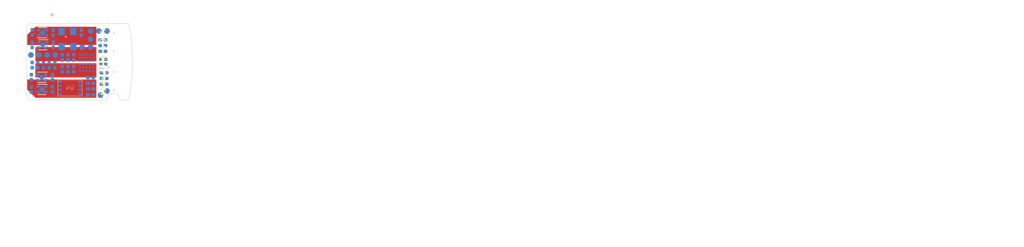
<source format=kicad_pcb>
(kicad_pcb (version 20171130) (host pcbnew "(5.0.1)-3")

  (general
    (thickness 0.6)
    (drawings 123)
    (tracks 11)
    (zones 0)
    (modules 54)
    (nets 35)
  )

  (page User 200 150.012)
  (title_block
    (title "Tomu, I'm")
    (date $Id$)
    (company "Tim 'mithro' Ansell <mithro@mithis.com>")
    (comment 1 "License: CC-BY-SA 4.0 or TAPR")
    (comment 2 http://tomu.im)
    (comment 3 https://github.com/mithro/tomu)
  )

  (layers
    (0 F.Cu signal)
    (1 In1.Cu signal)
    (2 In2.Cu signal)
    (31 B.Cu signal)
    (32 B.Adhes user)
    (33 F.Adhes user)
    (34 B.Paste user)
    (35 F.Paste user)
    (36 B.SilkS user)
    (37 F.SilkS user)
    (38 B.Mask user)
    (39 F.Mask user)
    (40 Dwgs.User user)
    (41 Cmts.User user)
    (42 Eco1.User user)
    (43 Eco2.User user)
    (44 Edge.Cuts user)
    (45 Margin user)
    (46 B.CrtYd user)
    (47 F.CrtYd user)
    (48 B.Fab user)
    (49 F.Fab user)
  )

  (setup
    (last_trace_width 0.1)
    (user_trace_width 0.1)
    (user_trace_width 0.2)
    (user_trace_width 0.4)
    (user_trace_width 1)
    (trace_clearance 0.1)
    (zone_clearance 0.1)
    (zone_45_only no)
    (trace_min 0.1)
    (segment_width 0.2)
    (edge_width 0.15)
    (via_size 0.5)
    (via_drill 0.2)
    (via_min_size 0.2)
    (via_min_drill 0.1)
    (user_via 0.2 0.1)
    (user_via 0.3 0.15)
    (user_via 0.5 0.2)
    (blind_buried_vias_allowed yes)
    (uvia_size 0.2)
    (uvia_drill 0.1)
    (uvias_allowed yes)
    (uvia_min_size 0.2)
    (uvia_min_drill 0.1)
    (pcb_text_width 0.3)
    (pcb_text_size 1.5 1.5)
    (mod_edge_width 0.15)
    (mod_text_size 1 1)
    (mod_text_width 0.15)
    (pad_size 8 1.2)
    (pad_drill 0)
    (pad_to_mask_clearance 0.05)
    (solder_mask_min_width 0.25)
    (aux_axis_origin 150.425 100.4)
    (visible_elements 7FFFFD6F)
    (pcbplotparams
      (layerselection 0x010fc_80000001)
      (usegerberextensions true)
      (usegerberattributes false)
      (usegerberadvancedattributes false)
      (creategerberjobfile false)
      (excludeedgelayer true)
      (linewidth 0.100000)
      (plotframeref false)
      (viasonmask false)
      (mode 1)
      (useauxorigin false)
      (hpglpennumber 1)
      (hpglpenspeed 20)
      (hpglpendiameter 15.000000)
      (psnegative false)
      (psa4output false)
      (plotreference true)
      (plotvalue true)
      (plotinvisibletext false)
      (padsonsilk false)
      (subtractmaskfromsilk false)
      (outputformat 1)
      (mirror false)
      (drillshape 0)
      (scaleselection 1)
      (outputdirectory "gerber/"))
  )

  (net 0 "")
  (net 1 GND)
  (net 2 +3V3)
  (net 3 /CAP0A)
  (net 4 /CAP1A)
  (net 5 /CAP0B)
  (net 6 /CAP1B)
  (net 7 /SPI_MISO)
  (net 8 /SPI_CS)
  (net 9 /SPI_CLK)
  (net 10 /SPI_IO2)
  (net 11 /SPI_IO3)
  (net 12 /CRESET)
  (net 13 /CDONE)
  (net 14 /ICE_USBN)
  (net 15 /ICE_USBP)
  (net 16 +5V)
  (net 17 /SPI_MOSI)
  (net 18 /OSC_IN)
  (net 19 /PU_CTRL_USBP)
  (net 20 /VCCPLL)
  (net 21 "Net-(U5-PadB3)")
  (net 22 +1V2)
  (net 23 "Net-(U5-PadC3)")
  (net 24 +2V5)
  (net 25 /TOUCH_4)
  (net 26 /TOUCH_1)
  (net 27 "Net-(R11-Pad2)")
  (net 28 "Net-(R12-Pad2)")
  (net 29 /TOUCH_2)
  (net 30 /TOUCH_3)
  (net 31 /LED_B)
  (net 32 /LED_G)
  (net 33 /LED_R)
  (net 34 "Net-(U5-PadF4)")

  (net_class Default "This is the default net class."
    (clearance 0.1)
    (trace_width 0.1)
    (via_dia 0.5)
    (via_drill 0.2)
    (uvia_dia 0.2)
    (uvia_drill 0.1)
    (add_net +1V2)
    (add_net +2V5)
    (add_net +3V3)
    (add_net +5V)
    (add_net /CDONE)
    (add_net /CRESET)
    (add_net /ICE_USBN)
    (add_net /ICE_USBP)
    (add_net /LED_B)
    (add_net /LED_G)
    (add_net /LED_R)
    (add_net /OSC_IN)
    (add_net /PU_CTRL_USBP)
    (add_net /SPI_CLK)
    (add_net /SPI_CS)
    (add_net /SPI_IO2)
    (add_net /SPI_IO3)
    (add_net /SPI_MISO)
    (add_net /SPI_MOSI)
    (add_net /TOUCH_1)
    (add_net /TOUCH_2)
    (add_net /TOUCH_3)
    (add_net /TOUCH_4)
    (add_net /VCCPLL)
    (add_net GND)
    (add_net "Net-(R11-Pad2)")
    (add_net "Net-(R12-Pad2)")
    (add_net "Net-(U5-PadB3)")
    (add_net "Net-(U5-PadC3)")
    (add_net "Net-(U5-PadF4)")
  )

  (module tomu-fpga:iCE40UP5K-UWG30 (layer B.Cu) (tedit 5BE17DD4) (tstamp 5BE22E2B)
    (at 24.4 21.9)
    (path /5C122A3A)
    (fp_text reference U5 (at 0 -1.5) (layer B.Fab)
      (effects (font (size 0.127 0.127) (thickness 0.03175)) (justify mirror))
    )
    (fp_text value ICE40UP5K-UWG30 (at 0 1.5) (layer B.Fab)
      (effects (font (size 0.1 0.1) (thickness 0.025)) (justify mirror))
    )
    (fp_circle (center -1.125 1.325) (end -1.075 1.325) (layer B.CrtYd) (width 0.1))
    (fp_line (start 1.1 1.3) (end -1.1 1.3) (layer B.CrtYd) (width 0.05))
    (fp_line (start 1.1 -1.3) (end 1.1 1.3) (layer B.CrtYd) (width 0.05))
    (fp_line (start -1.1 -1.3) (end 1.1 -1.3) (layer B.CrtYd) (width 0.05))
    (fp_line (start -1.1 1.3) (end -1.1 -1.3) (layer B.CrtYd) (width 0.05))
    (pad C3 smd circle (at 0 0.2) (size 0.2 0.2) (layers B.Cu B.Paste B.Mask)
      (net 23 "Net-(U5-PadC3)"))
    (pad B3 smd circle (at 0 0.6) (size 0.2 0.2) (layers B.Cu B.Paste B.Mask)
      (net 21 "Net-(U5-PadB3)"))
    (pad A3 smd circle (at 0 1) (size 0.2 0.2) (layers B.Cu B.Paste B.Mask)
      (net 2 +3V3))
    (pad D3 smd circle (at 0 -0.2) (size 0.2 0.2) (layers B.Cu B.Paste B.Mask)
      (net 13 /CDONE))
    (pad E3 smd circle (at 0 -0.6) (size 0.2 0.2) (layers B.Cu B.Paste B.Mask)
      (net 25 /TOUCH_4))
    (pad F3 smd circle (at 0 -1) (size 0.2 0.2) (layers B.Cu B.Paste B.Mask)
      (net 12 /CRESET))
    (pad C2 smd circle (at -0.4 0.2) (size 0.2 0.2) (layers B.Cu B.Paste B.Mask)
      (net 22 +1V2))
    (pad B2 smd circle (at -0.4 0.6) (size 0.2 0.2) (layers B.Cu B.Paste B.Mask)
      (net 20 /VCCPLL))
    (pad A2 smd circle (at -0.4 1) (size 0.2 0.2) (layers B.Cu B.Paste B.Mask)
      (net 15 /ICE_USBP))
    (pad D2 smd circle (at -0.4 -0.2) (size 0.2 0.2) (layers B.Cu B.Paste B.Mask)
      (net 2 +3V3))
    (pad E2 smd circle (at -0.4 -0.6) (size 0.2 0.2) (layers B.Cu B.Paste B.Mask)
      (net 1 GND))
    (pad F2 smd circle (at -0.4 -1) (size 0.2 0.2) (layers B.Cu B.Paste B.Mask)
      (net 10 /SPI_IO2))
    (pad C1 smd circle (at -0.8 0.2) (size 0.2 0.2) (layers B.Cu B.Paste B.Mask)
      (net 8 /SPI_CS))
    (pad B1 smd circle (at -0.8 0.6) (size 0.2 0.2) (layers B.Cu B.Paste B.Mask)
      (net 11 /SPI_IO3))
    (pad A1 smd circle (at -0.8 1) (size 0.2 0.2) (layers B.Cu B.Paste B.Mask)
      (net 14 /ICE_USBN))
    (pad D1 smd circle (at -0.8 -0.2) (size 0.2 0.2) (layers B.Cu B.Paste B.Mask)
      (net 9 /SPI_CLK))
    (pad E1 smd circle (at -0.8 -0.6) (size 0.2 0.2) (layers B.Cu B.Paste B.Mask)
      (net 7 /SPI_MISO))
    (pad F1 smd circle (at -0.8 -1) (size 0.2 0.2) (layers B.Cu B.Paste B.Mask)
      (net 17 /SPI_MOSI))
    (pad B5 smd circle (at 0.8 0.6) (size 0.2 0.2) (layers B.Cu B.Paste B.Mask)
      (net 31 /LED_B))
    (pad A5 smd circle (at 0.8 1) (size 0.2 0.2) (layers B.Cu B.Paste B.Mask)
      (net 33 /LED_R))
    (pad B4 smd circle (at 0.4 0.6) (size 0.2 0.2) (layers B.Cu B.Paste B.Mask)
      (net 1 GND))
    (pad A4 smd circle (at 0.4 1) (size 0.2 0.2) (layers B.Cu B.Paste B.Mask)
      (net 19 /PU_CTRL_USBP))
    (pad F5 smd circle (at 0.8 -1) (size 0.2 0.2) (layers B.Cu B.Paste B.Mask)
      (net 18 /OSC_IN))
    (pad E5 smd circle (at 0.8 -0.6) (size 0.2 0.2) (layers B.Cu B.Paste B.Mask)
      (net 30 /TOUCH_3))
    (pad E4 smd circle (at 0.4 -0.6) (size 0.2 0.2) (layers B.Cu B.Paste B.Mask)
      (net 26 /TOUCH_1))
    (pad F4 smd circle (at 0.4 -1) (size 0.2 0.2) (layers B.Cu B.Paste B.Mask)
      (net 34 "Net-(U5-PadF4)"))
    (pad C4 smd circle (at 0.4 0.2) (size 0.2 0.2) (layers B.Cu B.Paste B.Mask)
      (net 2 +3V3))
    (pad C5 smd circle (at 0.8 0.2) (size 0.2 0.2) (layers B.Cu B.Paste B.Mask)
      (net 32 /LED_G))
    (pad D4 smd circle (at 0.4 -0.2) (size 0.2 0.2) (layers B.Cu B.Paste B.Mask)
      (net 24 +2V5))
    (pad D5 smd circle (at 0.8 -0.2) (size 0.2 0.2) (layers B.Cu B.Paste B.Mask)
      (net 29 /TOUCH_2))
    (model ${KISYS3DMOD}/Package_BGA.3dshapes/ucBGA-36_2.5x2.5mm_Layout6x6_P0.4mm.wrl
      (at (xyz 0 0 0))
      (scale (xyz 0.8 1 0.5))
      (rotate (xyz 0 0 0))
    )
  )

  (module tomu-fpga:LED-RGB-5DS-UHD1110-FKA (layer B.Cu) (tedit 5BE17391) (tstamp 5BE1755F)
    (at 26.45 21.8 90)
    (path /5BD90F18)
    (attr smd)
    (fp_text reference U10 (at -0.8 -0.2 180) (layer B.SilkS)
      (effects (font (size 0.2 0.2) (thickness 0.05)) (justify mirror))
    )
    (fp_text value RGB-LED (at 0.1 0.7 90) (layer B.Fab)
      (effects (font (size 0.1 0.1) (thickness 0.025)) (justify mirror))
    )
    (fp_line (start -0.6 -0.6) (end -0.6 0.6) (layer B.CrtYd) (width 0.03))
    (fp_line (start 0.6 -0.6) (end -0.6 -0.6) (layer B.CrtYd) (width 0.03))
    (fp_line (start 0.6 0.6) (end 0.6 -0.6) (layer B.CrtYd) (width 0.03))
    (fp_line (start -0.6 0.6) (end 0.6 0.6) (layer B.CrtYd) (width 0.03))
    (pad "" smd circle (at -0.65 0.65 270) (size 0.2 0.2) (layers B.SilkS))
    (pad 4 smd rect (at 0.3 -0.3 90) (size 0.4 0.4) (layers B.Cu B.Paste B.Mask)
      (net 2 +3V3))
    (pad 3 smd rect (at -0.3 -0.3 90) (size 0.4 0.4) (layers B.Cu B.Paste B.Mask)
      (net 33 /LED_R))
    (pad 2 smd rect (at 0.3 0.3 90) (size 0.4 0.4) (layers B.Cu B.Paste B.Mask)
      (net 32 /LED_G))
    (pad 1 smd rect (at -0.3 0.3 90) (size 0.4 0.4) (layers B.Cu B.Paste B.Mask)
      (net 31 /LED_B))
    (model ${KISYS3DMOD}/LEDs.3dshapes/LED_WS2812B-PLCC4.wrl
      (offset (xyz 0 0 -0.03))
      (scale (xyz 0.07000000000000001 0.07000000000000001 0.05))
      (rotate (xyz 0 0 0))
    )
  )

  (module tomu-fpga:testpoint (layer B.Cu) (tedit 5BE15541) (tstamp 5BE173A7)
    (at 25.9 18)
    (descr "Mesurement Point, Round, SMD Pad, DM 1.5mm,")
    (tags "Mesurement Point Round SMD Pad 1.5mm")
    (path /5C042DE8)
    (attr virtual)
    (fp_text reference TP3 (at 0 1.15) (layer B.Fab) hide
      (effects (font (size 0.127 0.127) (thickness 0.03175)) (justify mirror))
    )
    (fp_text value Testpoint (at 0 -1.15) (layer B.Fab) hide
      (effects (font (size 0.1 0.1) (thickness 0.025)) (justify mirror))
    )
    (fp_circle (center 0 0) (end 0.4 0) (layer B.CrtYd) (width 0.035))
    (pad 1 smd circle (at 0 0) (size 0.7 0.7) (layers B.Cu B.Mask)
      (net 7 /SPI_MISO))
  )

  (module tomu-fpga:USON8_2X3MM (layer B.Cu) (tedit 5BE17CE2) (tstamp 5BE17433)
    (at 22.35 25 180)
    (path /5C1645BF)
    (attr smd)
    (fp_text reference U4 (at 0 0 180) (layer B.SilkS)
      (effects (font (size 0.5 0.5) (thickness 0.05)) (justify mirror))
    )
    (fp_text value "SPI Flash" (at 0 0 180) (layer B.Fab)
      (effects (font (size 0.1 0.1) (thickness 0.025)) (justify mirror))
    )
    (fp_line (start -1.7 -1.2) (end -1.7 1.2) (layer B.CrtYd) (width 0.05))
    (fp_line (start 1.7 -1.2) (end -1.7 -1.2) (layer B.CrtYd) (width 0.05))
    (fp_line (start 1.7 1.2) (end 1.7 -1.2) (layer B.CrtYd) (width 0.05))
    (fp_line (start -1.7 1.2) (end 1.7 1.2) (layer B.CrtYd) (width 0.05))
    (fp_circle (center -1.7 1.2) (end -1.7 1.1) (layer B.SilkS) (width 0.05))
    (fp_line (start -1.5 1) (end 1.5 1) (layer B.SilkS) (width 0.05))
    (fp_line (start 1.5 1) (end 1.5 -1) (layer B.SilkS) (width 0.05))
    (fp_line (start 1.5 -1) (end -1.5 -1) (layer B.SilkS) (width 0.05))
    (fp_line (start -1.5 -1) (end -1.5 1) (layer B.SilkS) (width 0.05))
    (pad 1 smd rect (at -1.25 0.75 180) (size 0.4 0.25) (layers B.Cu B.Paste B.Mask)
      (net 8 /SPI_CS))
    (pad 2 smd rect (at -1.25 0.25 180) (size 0.4 0.25) (layers B.Cu B.Paste B.Mask)
      (net 7 /SPI_MISO))
    (pad 3 smd rect (at -1.25 -0.25 180) (size 0.4 0.25) (layers B.Cu B.Paste B.Mask)
      (net 10 /SPI_IO2))
    (pad 4 smd rect (at -1.25 -0.75 180) (size 0.4 0.25) (layers B.Cu B.Paste B.Mask)
      (net 1 GND))
    (pad 5 smd rect (at 1.25 -0.75 180) (size 0.4 0.25) (layers B.Cu B.Paste B.Mask)
      (net 17 /SPI_MOSI))
    (pad 6 smd rect (at 1.25 -0.25 180) (size 0.4 0.25) (layers B.Cu B.Paste B.Mask)
      (net 9 /SPI_CLK))
    (pad 7 smd rect (at 1.25 0.25 180) (size 0.4 0.25) (layers B.Cu B.Paste B.Mask)
      (net 11 /SPI_IO3))
    (pad 8 smd rect (at 1.25 0.75 180) (size 0.4 0.25) (layers B.Cu B.Paste B.Mask)
      (net 2 +3V3))
    (model ${KISYS3DMOD}/Housings_SON.3dshapes/X2SON-8_1.4x1mm_Pitch0.35mm.wrl
      (at (xyz 0 0 0))
      (scale (xyz 2.7 1.4 1))
      (rotate (xyz 0 0 0))
    )
  )

  (module tomu-fpga:nothing (layer F.Cu) (tedit 5BE14B9C) (tstamp 5BE1F0E6)
    (at 15.3 32.4)
    (path /5C011D36)
    (fp_text reference XX2 (at 0 0.5) (layer F.SilkS) hide
      (effects (font (size 1 1) (thickness 0.15)))
    )
    (fp_text value Case (at 0 -0.5) (layer F.Fab) hide
      (effects (font (size 0.1 0.1) (thickness 0.025)))
    )
  )

  (module tomu-fpga:soldermask-removal (layer F.Cu) (tedit 5BE14BAF) (tstamp 5BE343D2)
    (at 28.8 21.9)
    (descr "Removes soldermask for captouch")
    (path /5C0024CC)
    (attr virtual)
    (fp_text reference XX1 (at 3.7 -0.2 90) (layer F.SilkS) hide
      (effects (font (size 1 1) (thickness 0.15)))
    )
    (fp_text value Touchpad (at 2.1 -0.3 90) (layer F.Fab)
      (effects (font (size 0.1 0.1) (thickness 0.025)))
    )
    (pad "" smd rect (at 0 -3) (size 2.6 4.35) (layers F.Mask))
    (pad "" smd rect (at 0.4 -3) (size 1.85 4.35) (layers B.Mask))
    (pad "" smd rect (at 0 2.6) (size 2.6 4.35) (layers F.Mask))
    (pad 2 smd rect (at 0.4 2.6) (size 1.85 4.35) (layers B.Mask))
  )

  (module tomu-fpga:captouch-edge (layer F.Cu) (tedit 5BE14A54) (tstamp 5BE194EC)
    (at 27.75 21.75)
    (path /5BE44C19)
    (fp_text reference SW2 (at 5.5 -0.1 90) (layer F.SilkS) hide
      (effects (font (size 1 1) (thickness 0.15)))
    )
    (fp_text value "Captouch Pads" (at 3.7 -0.3 90) (layer F.Fab)
      (effects (font (size 0.1 0.1) (thickness 0.025)))
    )
    (pad 4 smd circle (at 0 3.5) (size 0.1 0.1) (layers F.Cu F.Paste F.Mask)
      (net 25 /TOUCH_4))
    (pad 3 smd circle (at 0 1.3) (size 0.1 0.1) (layers F.Cu F.Paste F.Mask)
      (net 30 /TOUCH_3))
    (pad 2 smd circle (at 0 -1.3) (size 0.1 0.1) (layers F.Cu F.Paste F.Mask)
      (net 29 /TOUCH_2))
    (pad 1 smd circle (at 0 -3.5) (size 0.1 0.1) (layers F.Cu F.Paste F.Mask)
      (net 26 /TOUCH_1))
  )

  (module tomu-fpga:C_0201_0603Metric (layer B.Cu) (tedit 5B301BBE) (tstamp 5BE17609)
    (at 20.3 18.22 90)
    (descr "Capacitor SMD 0201 (0603 Metric), square (rectangular) end terminal, IPC_7351 nominal, (Body size source: https://www.vishay.com/docs/20052/crcw0201e3.pdf), generated with kicad-footprint-generator")
    (tags capacitor)
    (path /5BD80E21)
    (attr smd)
    (fp_text reference C1 (at 0 1.05 90) (layer B.SilkS) hide
      (effects (font (size 1 1) (thickness 0.15)) (justify mirror))
    )
    (fp_text value "0201, 1uF, 10V, X5R, 20%" (at 0 -1.05 90) (layer B.Fab)
      (effects (font (size 0.1 0.1) (thickness 0.025)) (justify mirror))
    )
    (fp_text user %R (at 0 0.68 90) (layer B.Fab)
      (effects (font (size 0.25 0.25) (thickness 0.04)) (justify mirror))
    )
    (fp_line (start 0.7 -0.35) (end -0.7 -0.35) (layer B.CrtYd) (width 0.05))
    (fp_line (start 0.7 0.35) (end 0.7 -0.35) (layer B.CrtYd) (width 0.05))
    (fp_line (start -0.7 0.35) (end 0.7 0.35) (layer B.CrtYd) (width 0.05))
    (fp_line (start -0.7 -0.35) (end -0.7 0.35) (layer B.CrtYd) (width 0.05))
    (fp_line (start 0.3 -0.15) (end -0.3 -0.15) (layer B.Fab) (width 0.1))
    (fp_line (start 0.3 0.15) (end 0.3 -0.15) (layer B.Fab) (width 0.1))
    (fp_line (start -0.3 0.15) (end 0.3 0.15) (layer B.Fab) (width 0.1))
    (fp_line (start -0.3 -0.15) (end -0.3 0.15) (layer B.Fab) (width 0.1))
    (pad 2 smd roundrect (at 0.32 0 90) (size 0.46 0.4) (layers B.Cu B.Mask) (roundrect_rratio 0.25)
      (net 1 GND))
    (pad 1 smd roundrect (at -0.32 0 90) (size 0.46 0.4) (layers B.Cu B.Mask) (roundrect_rratio 0.25)
      (net 16 +5V))
    (pad "" smd roundrect (at 0.345 0 90) (size 0.318 0.36) (layers B.Paste) (roundrect_rratio 0.25))
    (pad "" smd roundrect (at -0.345 0 90) (size 0.318 0.36) (layers B.Paste) (roundrect_rratio 0.25))
    (model ${KISYS3DMOD}/Capacitor_SMD.3dshapes/C_0201_0603Metric.wrl
      (at (xyz 0 0 0))
      (scale (xyz 1 1 1))
      (rotate (xyz 0 0 0))
    )
  )

  (module tomu-fpga:C_0201_0603Metric (layer B.Cu) (tedit 5B301BBE) (tstamp 5BE17705)
    (at 26.55 23.85)
    (descr "Capacitor SMD 0201 (0603 Metric), square (rectangular) end terminal, IPC_7351 nominal, (Body size source: https://www.vishay.com/docs/20052/crcw0201e3.pdf), generated with kicad-footprint-generator")
    (tags capacitor)
    (path /5C71BAD4)
    (attr smd)
    (fp_text reference C14 (at 0 1.05) (layer B.SilkS) hide
      (effects (font (size 1 1) (thickness 0.15)) (justify mirror))
    )
    (fp_text value "0201, 10nF, 10V, X5R, 20%" (at 0 -1.05) (layer B.Fab)
      (effects (font (size 0.1 0.1) (thickness 0.025)) (justify mirror))
    )
    (fp_text user %R (at 0 0.68) (layer B.Fab)
      (effects (font (size 0.25 0.25) (thickness 0.04)) (justify mirror))
    )
    (fp_line (start 0.7 -0.35) (end -0.7 -0.35) (layer B.CrtYd) (width 0.05))
    (fp_line (start 0.7 0.35) (end 0.7 -0.35) (layer B.CrtYd) (width 0.05))
    (fp_line (start -0.7 0.35) (end 0.7 0.35) (layer B.CrtYd) (width 0.05))
    (fp_line (start -0.7 -0.35) (end -0.7 0.35) (layer B.CrtYd) (width 0.05))
    (fp_line (start 0.3 -0.15) (end -0.3 -0.15) (layer B.Fab) (width 0.1))
    (fp_line (start 0.3 0.15) (end 0.3 -0.15) (layer B.Fab) (width 0.1))
    (fp_line (start -0.3 0.15) (end 0.3 0.15) (layer B.Fab) (width 0.1))
    (fp_line (start -0.3 -0.15) (end -0.3 0.15) (layer B.Fab) (width 0.1))
    (pad 2 smd roundrect (at 0.32 0) (size 0.46 0.4) (layers B.Cu B.Mask) (roundrect_rratio 0.25)
      (net 1 GND))
    (pad 1 smd roundrect (at -0.32 0) (size 0.46 0.4) (layers B.Cu B.Mask) (roundrect_rratio 0.25)
      (net 2 +3V3))
    (pad "" smd roundrect (at 0.345 0) (size 0.318 0.36) (layers B.Paste) (roundrect_rratio 0.25))
    (pad "" smd roundrect (at -0.345 0) (size 0.318 0.36) (layers B.Paste) (roundrect_rratio 0.25))
    (model ${KISYS3DMOD}/Capacitor_SMD.3dshapes/C_0201_0603Metric.wrl
      (at (xyz 0 0 0))
      (scale (xyz 1 1 1))
      (rotate (xyz 0 0 0))
    )
  )

  (module tomu-fpga:C_0201_0603Metric (layer B.Cu) (tedit 5B301BBE) (tstamp 5BE176F4)
    (at 23.75 18.2 90)
    (descr "Capacitor SMD 0201 (0603 Metric), square (rectangular) end terminal, IPC_7351 nominal, (Body size source: https://www.vishay.com/docs/20052/crcw0201e3.pdf), generated with kicad-footprint-generator")
    (tags capacitor)
    (path /5C1F1DFB)
    (attr smd)
    (fp_text reference C11 (at 0 1.05 90) (layer B.SilkS) hide
      (effects (font (size 1 1) (thickness 0.15)) (justify mirror))
    )
    (fp_text value "0201, 100nF, 10V, X5R, 20%" (at 0 -1.05 90) (layer B.Fab)
      (effects (font (size 0.1 0.1) (thickness 0.025)) (justify mirror))
    )
    (fp_text user %R (at 0 0.68 90) (layer B.Fab)
      (effects (font (size 0.25 0.25) (thickness 0.04)) (justify mirror))
    )
    (fp_line (start 0.7 -0.35) (end -0.7 -0.35) (layer B.CrtYd) (width 0.05))
    (fp_line (start 0.7 0.35) (end 0.7 -0.35) (layer B.CrtYd) (width 0.05))
    (fp_line (start -0.7 0.35) (end 0.7 0.35) (layer B.CrtYd) (width 0.05))
    (fp_line (start -0.7 -0.35) (end -0.7 0.35) (layer B.CrtYd) (width 0.05))
    (fp_line (start 0.3 -0.15) (end -0.3 -0.15) (layer B.Fab) (width 0.1))
    (fp_line (start 0.3 0.15) (end 0.3 -0.15) (layer B.Fab) (width 0.1))
    (fp_line (start -0.3 0.15) (end 0.3 0.15) (layer B.Fab) (width 0.1))
    (fp_line (start -0.3 -0.15) (end -0.3 0.15) (layer B.Fab) (width 0.1))
    (pad 2 smd roundrect (at 0.32 0 90) (size 0.46 0.4) (layers B.Cu B.Mask) (roundrect_rratio 0.25)
      (net 2 +3V3))
    (pad 1 smd roundrect (at -0.32 0 90) (size 0.46 0.4) (layers B.Cu B.Mask) (roundrect_rratio 0.25)
      (net 1 GND))
    (pad "" smd roundrect (at 0.345 0 90) (size 0.318 0.36) (layers B.Paste) (roundrect_rratio 0.25))
    (pad "" smd roundrect (at -0.345 0 90) (size 0.318 0.36) (layers B.Paste) (roundrect_rratio 0.25))
    (model ${KISYS3DMOD}/Capacitor_SMD.3dshapes/C_0201_0603Metric.wrl
      (at (xyz 0 0 0))
      (scale (xyz 1 1 1))
      (rotate (xyz 0 0 0))
    )
  )

  (module tomu-fpga:C_0201_0603Metric (layer B.Cu) (tedit 5B301BBE) (tstamp 5BE176E3)
    (at 26.55 23.15)
    (descr "Capacitor SMD 0201 (0603 Metric), square (rectangular) end terminal, IPC_7351 nominal, (Body size source: https://www.vishay.com/docs/20052/crcw0201e3.pdf), generated with kicad-footprint-generator")
    (tags capacitor)
    (path /5C71BB44)
    (attr smd)
    (fp_text reference C15 (at 0 1.05) (layer B.SilkS) hide
      (effects (font (size 1 1) (thickness 0.15)) (justify mirror))
    )
    (fp_text value "0201, 100nF, 10V, X5R, 20%" (at 0 -1.05) (layer B.Fab)
      (effects (font (size 0.1 0.1) (thickness 0.025)) (justify mirror))
    )
    (fp_text user %R (at 0 0.68) (layer B.Fab)
      (effects (font (size 0.25 0.25) (thickness 0.04)) (justify mirror))
    )
    (fp_line (start 0.7 -0.35) (end -0.7 -0.35) (layer B.CrtYd) (width 0.05))
    (fp_line (start 0.7 0.35) (end 0.7 -0.35) (layer B.CrtYd) (width 0.05))
    (fp_line (start -0.7 0.35) (end 0.7 0.35) (layer B.CrtYd) (width 0.05))
    (fp_line (start -0.7 -0.35) (end -0.7 0.35) (layer B.CrtYd) (width 0.05))
    (fp_line (start 0.3 -0.15) (end -0.3 -0.15) (layer B.Fab) (width 0.1))
    (fp_line (start 0.3 0.15) (end 0.3 -0.15) (layer B.Fab) (width 0.1))
    (fp_line (start -0.3 0.15) (end 0.3 0.15) (layer B.Fab) (width 0.1))
    (fp_line (start -0.3 -0.15) (end -0.3 0.15) (layer B.Fab) (width 0.1))
    (pad 2 smd roundrect (at 0.32 0) (size 0.46 0.4) (layers B.Cu B.Mask) (roundrect_rratio 0.25)
      (net 1 GND))
    (pad 1 smd roundrect (at -0.32 0) (size 0.46 0.4) (layers B.Cu B.Mask) (roundrect_rratio 0.25)
      (net 2 +3V3))
    (pad "" smd roundrect (at 0.345 0) (size 0.318 0.36) (layers B.Paste) (roundrect_rratio 0.25))
    (pad "" smd roundrect (at -0.345 0) (size 0.318 0.36) (layers B.Paste) (roundrect_rratio 0.25))
    (model ${KISYS3DMOD}/Capacitor_SMD.3dshapes/C_0201_0603Metric.wrl
      (at (xyz 0 0 0))
      (scale (xyz 1 1 1))
      (rotate (xyz 0 0 0))
    )
  )

  (module tomu-fpga:C_0201_0603Metric (layer B.Cu) (tedit 5B301BBE) (tstamp 5BE176D2)
    (at 17.6 25.2 90)
    (descr "Capacitor SMD 0201 (0603 Metric), square (rectangular) end terminal, IPC_7351 nominal, (Body size source: https://www.vishay.com/docs/20052/crcw0201e3.pdf), generated with kicad-footprint-generator")
    (tags capacitor)
    (path /5BDC7CFF)
    (attr smd)
    (fp_text reference C16 (at 0 1.05 90) (layer B.SilkS) hide
      (effects (font (size 1 1) (thickness 0.15)) (justify mirror))
    )
    (fp_text value "0201, 1uF, 10V, X5R, 20%" (at 0 -1.05 90) (layer B.Fab)
      (effects (font (size 0.1 0.1) (thickness 0.025)) (justify mirror))
    )
    (fp_text user %R (at 0 0.68 90) (layer B.Fab)
      (effects (font (size 0.25 0.25) (thickness 0.04)) (justify mirror))
    )
    (fp_line (start 0.7 -0.35) (end -0.7 -0.35) (layer B.CrtYd) (width 0.05))
    (fp_line (start 0.7 0.35) (end 0.7 -0.35) (layer B.CrtYd) (width 0.05))
    (fp_line (start -0.7 0.35) (end 0.7 0.35) (layer B.CrtYd) (width 0.05))
    (fp_line (start -0.7 -0.35) (end -0.7 0.35) (layer B.CrtYd) (width 0.05))
    (fp_line (start 0.3 -0.15) (end -0.3 -0.15) (layer B.Fab) (width 0.1))
    (fp_line (start 0.3 0.15) (end 0.3 -0.15) (layer B.Fab) (width 0.1))
    (fp_line (start -0.3 0.15) (end 0.3 0.15) (layer B.Fab) (width 0.1))
    (fp_line (start -0.3 -0.15) (end -0.3 0.15) (layer B.Fab) (width 0.1))
    (pad 2 smd roundrect (at 0.32 0 90) (size 0.46 0.4) (layers B.Cu B.Mask) (roundrect_rratio 0.25)
      (net 1 GND))
    (pad 1 smd roundrect (at -0.32 0 90) (size 0.46 0.4) (layers B.Cu B.Mask) (roundrect_rratio 0.25)
      (net 16 +5V))
    (pad "" smd roundrect (at 0.345 0 90) (size 0.318 0.36) (layers B.Paste) (roundrect_rratio 0.25))
    (pad "" smd roundrect (at -0.345 0 90) (size 0.318 0.36) (layers B.Paste) (roundrect_rratio 0.25))
    (model ${KISYS3DMOD}/Capacitor_SMD.3dshapes/C_0201_0603Metric.wrl
      (at (xyz 0 0 0))
      (scale (xyz 1 1 1))
      (rotate (xyz 0 0 0))
    )
  )

  (module tomu-fpga:C_0201_0603Metric (layer B.Cu) (tedit 5B301BBE) (tstamp 5BE176C1)
    (at 22.8 21.25 90)
    (descr "Capacitor SMD 0201 (0603 Metric), square (rectangular) end terminal, IPC_7351 nominal, (Body size source: https://www.vishay.com/docs/20052/crcw0201e3.pdf), generated with kicad-footprint-generator")
    (tags capacitor)
    (path /5C64A110)
    (attr smd)
    (fp_text reference C17 (at 0 1.05 90) (layer B.SilkS) hide
      (effects (font (size 1 1) (thickness 0.15)) (justify mirror))
    )
    (fp_text value "0201, 1uF, 10V, X5R, 20%" (at 0 -1.05 90) (layer B.Fab)
      (effects (font (size 0.1 0.1) (thickness 0.025)) (justify mirror))
    )
    (fp_text user %R (at 0 0.68 90) (layer B.Fab)
      (effects (font (size 0.25 0.25) (thickness 0.04)) (justify mirror))
    )
    (fp_line (start 0.7 -0.35) (end -0.7 -0.35) (layer B.CrtYd) (width 0.05))
    (fp_line (start 0.7 0.35) (end 0.7 -0.35) (layer B.CrtYd) (width 0.05))
    (fp_line (start -0.7 0.35) (end 0.7 0.35) (layer B.CrtYd) (width 0.05))
    (fp_line (start -0.7 -0.35) (end -0.7 0.35) (layer B.CrtYd) (width 0.05))
    (fp_line (start 0.3 -0.15) (end -0.3 -0.15) (layer B.Fab) (width 0.1))
    (fp_line (start 0.3 0.15) (end 0.3 -0.15) (layer B.Fab) (width 0.1))
    (fp_line (start -0.3 0.15) (end 0.3 0.15) (layer B.Fab) (width 0.1))
    (fp_line (start -0.3 -0.15) (end -0.3 0.15) (layer B.Fab) (width 0.1))
    (pad 2 smd roundrect (at 0.32 0 90) (size 0.46 0.4) (layers B.Cu B.Mask) (roundrect_rratio 0.25)
      (net 1 GND))
    (pad 1 smd roundrect (at -0.32 0 90) (size 0.46 0.4) (layers B.Cu B.Mask) (roundrect_rratio 0.25)
      (net 22 +1V2))
    (pad "" smd roundrect (at 0.345 0 90) (size 0.318 0.36) (layers B.Paste) (roundrect_rratio 0.25))
    (pad "" smd roundrect (at -0.345 0 90) (size 0.318 0.36) (layers B.Paste) (roundrect_rratio 0.25))
    (model ${KISYS3DMOD}/Capacitor_SMD.3dshapes/C_0201_0603Metric.wrl
      (at (xyz 0 0 0))
      (scale (xyz 1 1 1))
      (rotate (xyz 0 0 0))
    )
  )

  (module tomu-fpga:C_0201_0603Metric (layer B.Cu) (tedit 5B301BBE) (tstamp 5BE176B0)
    (at 22.1 21.25 90)
    (descr "Capacitor SMD 0201 (0603 Metric), square (rectangular) end terminal, IPC_7351 nominal, (Body size source: https://www.vishay.com/docs/20052/crcw0201e3.pdf), generated with kicad-footprint-generator")
    (tags capacitor)
    (path /5C64A04D)
    (attr smd)
    (fp_text reference C18 (at 0 1.05 90) (layer B.SilkS) hide
      (effects (font (size 1 1) (thickness 0.15)) (justify mirror))
    )
    (fp_text value "0201, 10nF, 10V, X5R, 20%" (at 0 -1.05 90) (layer B.Fab)
      (effects (font (size 0.1 0.1) (thickness 0.025)) (justify mirror))
    )
    (fp_text user %R (at 0 0.68 90) (layer B.Fab)
      (effects (font (size 0.25 0.25) (thickness 0.04)) (justify mirror))
    )
    (fp_line (start 0.7 -0.35) (end -0.7 -0.35) (layer B.CrtYd) (width 0.05))
    (fp_line (start 0.7 0.35) (end 0.7 -0.35) (layer B.CrtYd) (width 0.05))
    (fp_line (start -0.7 0.35) (end 0.7 0.35) (layer B.CrtYd) (width 0.05))
    (fp_line (start -0.7 -0.35) (end -0.7 0.35) (layer B.CrtYd) (width 0.05))
    (fp_line (start 0.3 -0.15) (end -0.3 -0.15) (layer B.Fab) (width 0.1))
    (fp_line (start 0.3 0.15) (end 0.3 -0.15) (layer B.Fab) (width 0.1))
    (fp_line (start -0.3 0.15) (end 0.3 0.15) (layer B.Fab) (width 0.1))
    (fp_line (start -0.3 -0.15) (end -0.3 0.15) (layer B.Fab) (width 0.1))
    (pad 2 smd roundrect (at 0.32 0 90) (size 0.46 0.4) (layers B.Cu B.Mask) (roundrect_rratio 0.25)
      (net 1 GND))
    (pad 1 smd roundrect (at -0.32 0 90) (size 0.46 0.4) (layers B.Cu B.Mask) (roundrect_rratio 0.25)
      (net 22 +1V2))
    (pad "" smd roundrect (at 0.345 0 90) (size 0.318 0.36) (layers B.Paste) (roundrect_rratio 0.25))
    (pad "" smd roundrect (at -0.345 0 90) (size 0.318 0.36) (layers B.Paste) (roundrect_rratio 0.25))
    (model ${KISYS3DMOD}/Capacitor_SMD.3dshapes/C_0201_0603Metric.wrl
      (at (xyz 0 0 0))
      (scale (xyz 1 1 1))
      (rotate (xyz 0 0 0))
    )
  )

  (module tomu-fpga:C_0201_0603Metric (layer B.Cu) (tedit 5B301BBE) (tstamp 5BE1769F)
    (at 20.2 25.2 270)
    (descr "Capacitor SMD 0201 (0603 Metric), square (rectangular) end terminal, IPC_7351 nominal, (Body size source: https://www.vishay.com/docs/20052/crcw0201e3.pdf), generated with kicad-footprint-generator")
    (tags capacitor)
    (path /5BDC7C63)
    (attr smd)
    (fp_text reference C19 (at 0 1.05 270) (layer B.SilkS) hide
      (effects (font (size 1 1) (thickness 0.15)) (justify mirror))
    )
    (fp_text value "0201, 1uF, 10V, X5R, 20%" (at 0 -1.05 270) (layer B.Fab)
      (effects (font (size 0.1 0.1) (thickness 0.025)) (justify mirror))
    )
    (fp_text user %R (at 0 0.68 270) (layer B.Fab)
      (effects (font (size 0.25 0.25) (thickness 0.04)) (justify mirror))
    )
    (fp_line (start 0.7 -0.35) (end -0.7 -0.35) (layer B.CrtYd) (width 0.05))
    (fp_line (start 0.7 0.35) (end 0.7 -0.35) (layer B.CrtYd) (width 0.05))
    (fp_line (start -0.7 0.35) (end 0.7 0.35) (layer B.CrtYd) (width 0.05))
    (fp_line (start -0.7 -0.35) (end -0.7 0.35) (layer B.CrtYd) (width 0.05))
    (fp_line (start 0.3 -0.15) (end -0.3 -0.15) (layer B.Fab) (width 0.1))
    (fp_line (start 0.3 0.15) (end 0.3 -0.15) (layer B.Fab) (width 0.1))
    (fp_line (start -0.3 0.15) (end 0.3 0.15) (layer B.Fab) (width 0.1))
    (fp_line (start -0.3 -0.15) (end -0.3 0.15) (layer B.Fab) (width 0.1))
    (pad 2 smd roundrect (at 0.32 0 270) (size 0.46 0.4) (layers B.Cu B.Mask) (roundrect_rratio 0.25)
      (net 1 GND))
    (pad 1 smd roundrect (at -0.32 0 270) (size 0.46 0.4) (layers B.Cu B.Mask) (roundrect_rratio 0.25)
      (net 20 /VCCPLL))
    (pad "" smd roundrect (at 0.345 0 270) (size 0.318 0.36) (layers B.Paste) (roundrect_rratio 0.25))
    (pad "" smd roundrect (at -0.345 0 270) (size 0.318 0.36) (layers B.Paste) (roundrect_rratio 0.25))
    (model ${KISYS3DMOD}/Capacitor_SMD.3dshapes/C_0201_0603Metric.wrl
      (at (xyz 0 0 0))
      (scale (xyz 1 1 1))
      (rotate (xyz 0 0 0))
    )
  )

  (module tomu-fpga:C_0201_0603Metric (layer B.Cu) (tedit 5B301BBE) (tstamp 5BE1768E)
    (at 21.4 21.25 90)
    (descr "Capacitor SMD 0201 (0603 Metric), square (rectangular) end terminal, IPC_7351 nominal, (Body size source: https://www.vishay.com/docs/20052/crcw0201e3.pdf), generated with kicad-footprint-generator")
    (tags capacitor)
    (path /5C5E5A07)
    (attr smd)
    (fp_text reference C20 (at 0 1.05 90) (layer B.SilkS) hide
      (effects (font (size 1 1) (thickness 0.15)) (justify mirror))
    )
    (fp_text value "0201, 100nF, 10V, X5R, 20%" (at 0 -1.05 90) (layer B.Fab)
      (effects (font (size 0.1 0.1) (thickness 0.025)) (justify mirror))
    )
    (fp_text user %R (at 0 0.68 90) (layer B.Fab)
      (effects (font (size 0.25 0.25) (thickness 0.04)) (justify mirror))
    )
    (fp_line (start 0.7 -0.35) (end -0.7 -0.35) (layer B.CrtYd) (width 0.05))
    (fp_line (start 0.7 0.35) (end 0.7 -0.35) (layer B.CrtYd) (width 0.05))
    (fp_line (start -0.7 0.35) (end 0.7 0.35) (layer B.CrtYd) (width 0.05))
    (fp_line (start -0.7 -0.35) (end -0.7 0.35) (layer B.CrtYd) (width 0.05))
    (fp_line (start 0.3 -0.15) (end -0.3 -0.15) (layer B.Fab) (width 0.1))
    (fp_line (start 0.3 0.15) (end 0.3 -0.15) (layer B.Fab) (width 0.1))
    (fp_line (start -0.3 0.15) (end 0.3 0.15) (layer B.Fab) (width 0.1))
    (fp_line (start -0.3 -0.15) (end -0.3 0.15) (layer B.Fab) (width 0.1))
    (pad 2 smd roundrect (at 0.32 0 90) (size 0.46 0.4) (layers B.Cu B.Mask) (roundrect_rratio 0.25)
      (net 1 GND))
    (pad 1 smd roundrect (at -0.32 0 90) (size 0.46 0.4) (layers B.Cu B.Mask) (roundrect_rratio 0.25)
      (net 22 +1V2))
    (pad "" smd roundrect (at 0.345 0 90) (size 0.318 0.36) (layers B.Paste) (roundrect_rratio 0.25))
    (pad "" smd roundrect (at -0.345 0 90) (size 0.318 0.36) (layers B.Paste) (roundrect_rratio 0.25))
    (model ${KISYS3DMOD}/Capacitor_SMD.3dshapes/C_0201_0603Metric.wrl
      (at (xyz 0 0 0))
      (scale (xyz 1 1 1))
      (rotate (xyz 0 0 0))
    )
  )

  (module tomu-fpga:C_0201_0603Metric (layer B.Cu) (tedit 5B301BBE) (tstamp 5BE1767D)
    (at 26.4 20.5)
    (descr "Capacitor SMD 0201 (0603 Metric), square (rectangular) end terminal, IPC_7351 nominal, (Body size source: https://www.vishay.com/docs/20052/crcw0201e3.pdf), generated with kicad-footprint-generator")
    (tags capacitor)
    (path /5C52D560)
    (attr smd)
    (fp_text reference C21 (at 0 1.05) (layer B.SilkS) hide
      (effects (font (size 1 1) (thickness 0.15)) (justify mirror))
    )
    (fp_text value "0201, 100nF, 10V, X5R, 20%" (at 0 -1.05) (layer B.Fab)
      (effects (font (size 0.1 0.1) (thickness 0.025)) (justify mirror))
    )
    (fp_text user %R (at 0 0.68) (layer B.Fab)
      (effects (font (size 0.25 0.25) (thickness 0.04)) (justify mirror))
    )
    (fp_line (start 0.7 -0.35) (end -0.7 -0.35) (layer B.CrtYd) (width 0.05))
    (fp_line (start 0.7 0.35) (end 0.7 -0.35) (layer B.CrtYd) (width 0.05))
    (fp_line (start -0.7 0.35) (end 0.7 0.35) (layer B.CrtYd) (width 0.05))
    (fp_line (start -0.7 -0.35) (end -0.7 0.35) (layer B.CrtYd) (width 0.05))
    (fp_line (start 0.3 -0.15) (end -0.3 -0.15) (layer B.Fab) (width 0.1))
    (fp_line (start 0.3 0.15) (end 0.3 -0.15) (layer B.Fab) (width 0.1))
    (fp_line (start -0.3 0.15) (end 0.3 0.15) (layer B.Fab) (width 0.1))
    (fp_line (start -0.3 -0.15) (end -0.3 0.15) (layer B.Fab) (width 0.1))
    (pad 2 smd roundrect (at 0.32 0) (size 0.46 0.4) (layers B.Cu B.Mask) (roundrect_rratio 0.25)
      (net 1 GND))
    (pad 1 smd roundrect (at -0.32 0) (size 0.46 0.4) (layers B.Cu B.Mask) (roundrect_rratio 0.25)
      (net 24 +2V5))
    (pad "" smd roundrect (at 0.345 0) (size 0.318 0.36) (layers B.Paste) (roundrect_rratio 0.25))
    (pad "" smd roundrect (at -0.345 0) (size 0.318 0.36) (layers B.Paste) (roundrect_rratio 0.25))
    (model ${KISYS3DMOD}/Capacitor_SMD.3dshapes/C_0201_0603Metric.wrl
      (at (xyz 0 0 0))
      (scale (xyz 1 1 1))
      (rotate (xyz 0 0 0))
    )
  )

  (module tomu-fpga:C_0201_0603Metric (layer B.Cu) (tedit 5B301BBE) (tstamp 5BE1F815)
    (at 24.882095 25.133434)
    (descr "Capacitor SMD 0201 (0603 Metric), square (rectangular) end terminal, IPC_7351 nominal, (Body size source: https://www.vishay.com/docs/20052/crcw0201e3.pdf), generated with kicad-footprint-generator")
    (tags capacitor)
    (path /5C7EE93E)
    (attr smd)
    (fp_text reference C24 (at 0 1.05) (layer B.SilkS) hide
      (effects (font (size 1 1) (thickness 0.15)) (justify mirror))
    )
    (fp_text value "0201, 1uF, 10V, X5R, 20%" (at 0 -1.05) (layer B.Fab)
      (effects (font (size 0.1 0.1) (thickness 0.025)) (justify mirror))
    )
    (fp_text user %R (at 0 0.68) (layer B.Fab)
      (effects (font (size 0.25 0.25) (thickness 0.04)) (justify mirror))
    )
    (fp_line (start 0.7 -0.35) (end -0.7 -0.35) (layer B.CrtYd) (width 0.05))
    (fp_line (start 0.7 0.35) (end 0.7 -0.35) (layer B.CrtYd) (width 0.05))
    (fp_line (start -0.7 0.35) (end 0.7 0.35) (layer B.CrtYd) (width 0.05))
    (fp_line (start -0.7 -0.35) (end -0.7 0.35) (layer B.CrtYd) (width 0.05))
    (fp_line (start 0.3 -0.15) (end -0.3 -0.15) (layer B.Fab) (width 0.1))
    (fp_line (start 0.3 0.15) (end 0.3 -0.15) (layer B.Fab) (width 0.1))
    (fp_line (start -0.3 0.15) (end 0.3 0.15) (layer B.Fab) (width 0.1))
    (fp_line (start -0.3 -0.15) (end -0.3 0.15) (layer B.Fab) (width 0.1))
    (pad 2 smd roundrect (at 0.32 0) (size 0.46 0.4) (layers B.Cu B.Mask) (roundrect_rratio 0.25)
      (net 1 GND))
    (pad 1 smd roundrect (at -0.32 0) (size 0.46 0.4) (layers B.Cu B.Mask) (roundrect_rratio 0.25)
      (net 2 +3V3))
    (pad "" smd roundrect (at 0.345 0) (size 0.318 0.36) (layers B.Paste) (roundrect_rratio 0.25))
    (pad "" smd roundrect (at -0.345 0) (size 0.318 0.36) (layers B.Paste) (roundrect_rratio 0.25))
    (model ${KISYS3DMOD}/Capacitor_SMD.3dshapes/C_0201_0603Metric.wrl
      (at (xyz 0 0 0))
      (scale (xyz 1 1 1))
      (rotate (xyz 0 0 0))
    )
  )

  (module tomu-fpga:C_0201_0603Metric (layer B.Cu) (tedit 5B301BBE) (tstamp 5BE1765B)
    (at 26.4 19.8)
    (descr "Capacitor SMD 0201 (0603 Metric), square (rectangular) end terminal, IPC_7351 nominal, (Body size source: https://www.vishay.com/docs/20052/crcw0201e3.pdf), generated with kicad-footprint-generator")
    (tags capacitor)
    (path /5BECED7C)
    (attr smd)
    (fp_text reference C25 (at 0 1.05) (layer B.SilkS) hide
      (effects (font (size 1 1) (thickness 0.15)) (justify mirror))
    )
    (fp_text value "0201, 1uF, 10V, X5R, 20%" (at 0 -1.05) (layer B.Fab)
      (effects (font (size 0.1 0.1) (thickness 0.025)) (justify mirror))
    )
    (fp_text user %R (at 0 0.68) (layer B.Fab)
      (effects (font (size 0.25 0.25) (thickness 0.04)) (justify mirror))
    )
    (fp_line (start 0.7 -0.35) (end -0.7 -0.35) (layer B.CrtYd) (width 0.05))
    (fp_line (start 0.7 0.35) (end 0.7 -0.35) (layer B.CrtYd) (width 0.05))
    (fp_line (start -0.7 0.35) (end 0.7 0.35) (layer B.CrtYd) (width 0.05))
    (fp_line (start -0.7 -0.35) (end -0.7 0.35) (layer B.CrtYd) (width 0.05))
    (fp_line (start 0.3 -0.15) (end -0.3 -0.15) (layer B.Fab) (width 0.1))
    (fp_line (start 0.3 0.15) (end 0.3 -0.15) (layer B.Fab) (width 0.1))
    (fp_line (start -0.3 0.15) (end 0.3 0.15) (layer B.Fab) (width 0.1))
    (fp_line (start -0.3 -0.15) (end -0.3 0.15) (layer B.Fab) (width 0.1))
    (pad 2 smd roundrect (at 0.32 0) (size 0.46 0.4) (layers B.Cu B.Mask) (roundrect_rratio 0.25)
      (net 1 GND))
    (pad 1 smd roundrect (at -0.32 0) (size 0.46 0.4) (layers B.Cu B.Mask) (roundrect_rratio 0.25)
      (net 24 +2V5))
    (pad "" smd roundrect (at 0.345 0) (size 0.318 0.36) (layers B.Paste) (roundrect_rratio 0.25))
    (pad "" smd roundrect (at -0.345 0) (size 0.318 0.36) (layers B.Paste) (roundrect_rratio 0.25))
    (model ${KISYS3DMOD}/Capacitor_SMD.3dshapes/C_0201_0603Metric.wrl
      (at (xyz 0 0 0))
      (scale (xyz 1 1 1))
      (rotate (xyz 0 0 0))
    )
  )

  (module tomu-fpga:C_0201_0603Metric (layer B.Cu) (tedit 5B301BBE) (tstamp 5BE1F845)
    (at 24.882095 23.733434)
    (descr "Capacitor SMD 0201 (0603 Metric), square (rectangular) end terminal, IPC_7351 nominal, (Body size source: https://www.vishay.com/docs/20052/crcw0201e3.pdf), generated with kicad-footprint-generator")
    (tags capacitor)
    (path /5C7EE94A)
    (attr smd)
    (fp_text reference C28 (at 0 1.05) (layer B.SilkS) hide
      (effects (font (size 1 1) (thickness 0.15)) (justify mirror))
    )
    (fp_text value "0201, 100nF, 10V, X5R, 20%" (at 0 -1.05) (layer B.Fab)
      (effects (font (size 0.1 0.1) (thickness 0.025)) (justify mirror))
    )
    (fp_text user %R (at 0 0.68) (layer B.Fab)
      (effects (font (size 0.25 0.25) (thickness 0.04)) (justify mirror))
    )
    (fp_line (start 0.7 -0.35) (end -0.7 -0.35) (layer B.CrtYd) (width 0.05))
    (fp_line (start 0.7 0.35) (end 0.7 -0.35) (layer B.CrtYd) (width 0.05))
    (fp_line (start -0.7 0.35) (end 0.7 0.35) (layer B.CrtYd) (width 0.05))
    (fp_line (start -0.7 -0.35) (end -0.7 0.35) (layer B.CrtYd) (width 0.05))
    (fp_line (start 0.3 -0.15) (end -0.3 -0.15) (layer B.Fab) (width 0.1))
    (fp_line (start 0.3 0.15) (end 0.3 -0.15) (layer B.Fab) (width 0.1))
    (fp_line (start -0.3 0.15) (end 0.3 0.15) (layer B.Fab) (width 0.1))
    (fp_line (start -0.3 -0.15) (end -0.3 0.15) (layer B.Fab) (width 0.1))
    (pad 2 smd roundrect (at 0.32 0) (size 0.46 0.4) (layers B.Cu B.Mask) (roundrect_rratio 0.25)
      (net 1 GND))
    (pad 1 smd roundrect (at -0.32 0) (size 0.46 0.4) (layers B.Cu B.Mask) (roundrect_rratio 0.25)
      (net 2 +3V3))
    (pad "" smd roundrect (at 0.345 0) (size 0.318 0.36) (layers B.Paste) (roundrect_rratio 0.25))
    (pad "" smd roundrect (at -0.345 0) (size 0.318 0.36) (layers B.Paste) (roundrect_rratio 0.25))
    (model ${KISYS3DMOD}/Capacitor_SMD.3dshapes/C_0201_0603Metric.wrl
      (at (xyz 0 0 0))
      (scale (xyz 1 1 1))
      (rotate (xyz 0 0 0))
    )
  )

  (module tomu-fpga:C_0201_0603Metric (layer B.Cu) (tedit 5B301BBE) (tstamp 5BE1762A)
    (at 17.6 23.7 270)
    (descr "Capacitor SMD 0201 (0603 Metric), square (rectangular) end terminal, IPC_7351 nominal, (Body size source: https://www.vishay.com/docs/20052/crcw0201e3.pdf), generated with kicad-footprint-generator")
    (tags capacitor)
    (path /5BD861AF)
    (attr smd)
    (fp_text reference C2 (at 0 1.05 270) (layer B.SilkS) hide
      (effects (font (size 1 1) (thickness 0.15)) (justify mirror))
    )
    (fp_text value "0201, 1uF, 10V, X5R, 20%" (at 0 -1.05 270) (layer B.Fab)
      (effects (font (size 0.1 0.1) (thickness 0.025)) (justify mirror))
    )
    (fp_text user %R (at 0 0.68 270) (layer B.Fab)
      (effects (font (size 0.25 0.25) (thickness 0.04)) (justify mirror))
    )
    (fp_line (start 0.7 -0.35) (end -0.7 -0.35) (layer B.CrtYd) (width 0.05))
    (fp_line (start 0.7 0.35) (end 0.7 -0.35) (layer B.CrtYd) (width 0.05))
    (fp_line (start -0.7 0.35) (end 0.7 0.35) (layer B.CrtYd) (width 0.05))
    (fp_line (start -0.7 -0.35) (end -0.7 0.35) (layer B.CrtYd) (width 0.05))
    (fp_line (start 0.3 -0.15) (end -0.3 -0.15) (layer B.Fab) (width 0.1))
    (fp_line (start 0.3 0.15) (end 0.3 -0.15) (layer B.Fab) (width 0.1))
    (fp_line (start -0.3 0.15) (end 0.3 0.15) (layer B.Fab) (width 0.1))
    (fp_line (start -0.3 -0.15) (end -0.3 0.15) (layer B.Fab) (width 0.1))
    (pad 2 smd roundrect (at 0.32 0 270) (size 0.46 0.4) (layers B.Cu B.Mask) (roundrect_rratio 0.25)
      (net 1 GND))
    (pad 1 smd roundrect (at -0.32 0 270) (size 0.46 0.4) (layers B.Cu B.Mask) (roundrect_rratio 0.25)
      (net 16 +5V))
    (pad "" smd roundrect (at 0.345 0 270) (size 0.318 0.36) (layers B.Paste) (roundrect_rratio 0.25))
    (pad "" smd roundrect (at -0.345 0 270) (size 0.318 0.36) (layers B.Paste) (roundrect_rratio 0.25))
    (model ${KISYS3DMOD}/Capacitor_SMD.3dshapes/C_0201_0603Metric.wrl
      (at (xyz 0 0 0))
      (scale (xyz 1 1 1))
      (rotate (xyz 0 0 0))
    )
  )

  (module tomu-fpga:C_0201_0603Metric (layer B.Cu) (tedit 5B301BBE) (tstamp 5BE17629)
    (at 26.4 19.1)
    (descr "Capacitor SMD 0201 (0603 Metric), square (rectangular) end terminal, IPC_7351 nominal, (Body size source: https://www.vishay.com/docs/20052/crcw0201e3.pdf), generated with kicad-footprint-generator")
    (tags capacitor)
    (path /5BECECF0)
    (attr smd)
    (fp_text reference C27 (at 0 1.05) (layer B.SilkS) hide
      (effects (font (size 1 1) (thickness 0.15)) (justify mirror))
    )
    (fp_text value "0201, 10nF, 10V, X5R, 20%" (at 0 -1.05) (layer B.Fab)
      (effects (font (size 0.1 0.1) (thickness 0.025)) (justify mirror))
    )
    (fp_text user %R (at 0 0.68) (layer B.Fab)
      (effects (font (size 0.25 0.25) (thickness 0.04)) (justify mirror))
    )
    (fp_line (start 0.7 -0.35) (end -0.7 -0.35) (layer B.CrtYd) (width 0.05))
    (fp_line (start 0.7 0.35) (end 0.7 -0.35) (layer B.CrtYd) (width 0.05))
    (fp_line (start -0.7 0.35) (end 0.7 0.35) (layer B.CrtYd) (width 0.05))
    (fp_line (start -0.7 -0.35) (end -0.7 0.35) (layer B.CrtYd) (width 0.05))
    (fp_line (start 0.3 -0.15) (end -0.3 -0.15) (layer B.Fab) (width 0.1))
    (fp_line (start 0.3 0.15) (end 0.3 -0.15) (layer B.Fab) (width 0.1))
    (fp_line (start -0.3 0.15) (end 0.3 0.15) (layer B.Fab) (width 0.1))
    (fp_line (start -0.3 -0.15) (end -0.3 0.15) (layer B.Fab) (width 0.1))
    (pad 2 smd roundrect (at 0.32 0) (size 0.46 0.4) (layers B.Cu B.Mask) (roundrect_rratio 0.25)
      (net 1 GND))
    (pad 1 smd roundrect (at -0.32 0) (size 0.46 0.4) (layers B.Cu B.Mask) (roundrect_rratio 0.25)
      (net 24 +2V5))
    (pad "" smd roundrect (at 0.345 0) (size 0.318 0.36) (layers B.Paste) (roundrect_rratio 0.25))
    (pad "" smd roundrect (at -0.345 0) (size 0.318 0.36) (layers B.Paste) (roundrect_rratio 0.25))
    (model ${KISYS3DMOD}/Capacitor_SMD.3dshapes/C_0201_0603Metric.wrl
      (at (xyz 0 0 0))
      (scale (xyz 1 1 1))
      (rotate (xyz 0 0 0))
    )
  )

  (module tomu-fpga:C_0201_0603Metric (layer B.Cu) (tedit 5B301BBE) (tstamp 5BE2067B)
    (at 17.7 19.7 270)
    (descr "Capacitor SMD 0201 (0603 Metric), square (rectangular) end terminal, IPC_7351 nominal, (Body size source: https://www.vishay.com/docs/20052/crcw0201e3.pdf), generated with kicad-footprint-generator")
    (tags capacitor)
    (path /5BD7909F)
    (attr smd)
    (fp_text reference C3 (at 0 1.05 270) (layer B.SilkS) hide
      (effects (font (size 1 1) (thickness 0.15)) (justify mirror))
    )
    (fp_text value "0201, 1uF, 10V, X5R, 20%" (at 0 -1.05 270) (layer B.Fab)
      (effects (font (size 0.1 0.1) (thickness 0.025)) (justify mirror))
    )
    (fp_text user %R (at 0 0.68 270) (layer B.Fab)
      (effects (font (size 0.25 0.25) (thickness 0.04)) (justify mirror))
    )
    (fp_line (start 0.7 -0.35) (end -0.7 -0.35) (layer B.CrtYd) (width 0.05))
    (fp_line (start 0.7 0.35) (end 0.7 -0.35) (layer B.CrtYd) (width 0.05))
    (fp_line (start -0.7 0.35) (end 0.7 0.35) (layer B.CrtYd) (width 0.05))
    (fp_line (start -0.7 -0.35) (end -0.7 0.35) (layer B.CrtYd) (width 0.05))
    (fp_line (start 0.3 -0.15) (end -0.3 -0.15) (layer B.Fab) (width 0.1))
    (fp_line (start 0.3 0.15) (end 0.3 -0.15) (layer B.Fab) (width 0.1))
    (fp_line (start -0.3 0.15) (end 0.3 0.15) (layer B.Fab) (width 0.1))
    (fp_line (start -0.3 -0.15) (end -0.3 0.15) (layer B.Fab) (width 0.1))
    (pad 2 smd roundrect (at 0.32 0 270) (size 0.46 0.4) (layers B.Cu B.Mask) (roundrect_rratio 0.25)
      (net 1 GND))
    (pad 1 smd roundrect (at -0.32 0 270) (size 0.46 0.4) (layers B.Cu B.Mask) (roundrect_rratio 0.25)
      (net 16 +5V))
    (pad "" smd roundrect (at 0.345 0 270) (size 0.318 0.36) (layers B.Paste) (roundrect_rratio 0.25))
    (pad "" smd roundrect (at -0.345 0 270) (size 0.318 0.36) (layers B.Paste) (roundrect_rratio 0.25))
    (model ${KISYS3DMOD}/Capacitor_SMD.3dshapes/C_0201_0603Metric.wrl
      (at (xyz 0 0 0))
      (scale (xyz 1 1 1))
      (rotate (xyz 0 0 0))
    )
  )

  (module tomu-fpga:C_0201_0603Metric (layer B.Cu) (tedit 5B301BBE) (tstamp 5BE175F8)
    (at 20.5 22.2 90)
    (descr "Capacitor SMD 0201 (0603 Metric), square (rectangular) end terminal, IPC_7351 nominal, (Body size source: https://www.vishay.com/docs/20052/crcw0201e3.pdf), generated with kicad-footprint-generator")
    (tags capacitor)
    (path /5BE02A6F)
    (attr smd)
    (fp_text reference C4 (at 0 1.05 90) (layer B.SilkS) hide
      (effects (font (size 1 1) (thickness 0.15)) (justify mirror))
    )
    (fp_text value "0201, 100nF, 10V, X5R, 20%" (at 0 -1.05 90) (layer B.Fab)
      (effects (font (size 0.1 0.1) (thickness 0.025)) (justify mirror))
    )
    (fp_text user %R (at 0 0.68 90) (layer B.Fab)
      (effects (font (size 0.25 0.25) (thickness 0.04)) (justify mirror))
    )
    (fp_line (start 0.7 -0.35) (end -0.7 -0.35) (layer B.CrtYd) (width 0.05))
    (fp_line (start 0.7 0.35) (end 0.7 -0.35) (layer B.CrtYd) (width 0.05))
    (fp_line (start -0.7 0.35) (end 0.7 0.35) (layer B.CrtYd) (width 0.05))
    (fp_line (start -0.7 -0.35) (end -0.7 0.35) (layer B.CrtYd) (width 0.05))
    (fp_line (start 0.3 -0.15) (end -0.3 -0.15) (layer B.Fab) (width 0.1))
    (fp_line (start 0.3 0.15) (end 0.3 -0.15) (layer B.Fab) (width 0.1))
    (fp_line (start -0.3 0.15) (end 0.3 0.15) (layer B.Fab) (width 0.1))
    (fp_line (start -0.3 -0.15) (end -0.3 0.15) (layer B.Fab) (width 0.1))
    (pad 2 smd roundrect (at 0.32 0 90) (size 0.46 0.4) (layers B.Cu B.Mask) (roundrect_rratio 0.25)
      (net 1 GND))
    (pad 1 smd roundrect (at -0.32 0 90) (size 0.46 0.4) (layers B.Cu B.Mask) (roundrect_rratio 0.25)
      (net 2 +3V3))
    (pad "" smd roundrect (at 0.345 0 90) (size 0.318 0.36) (layers B.Paste) (roundrect_rratio 0.25))
    (pad "" smd roundrect (at -0.345 0 90) (size 0.318 0.36) (layers B.Paste) (roundrect_rratio 0.25))
    (model ${KISYS3DMOD}/Capacitor_SMD.3dshapes/C_0201_0603Metric.wrl
      (at (xyz 0 0 0))
      (scale (xyz 1 1 1))
      (rotate (xyz 0 0 0))
    )
  )

  (module tomu-fpga:C_0201_0603Metric (layer B.Cu) (tedit 5B301BBE) (tstamp 5BE175E7)
    (at 21.4 22.7 270)
    (descr "Capacitor SMD 0201 (0603 Metric), square (rectangular) end terminal, IPC_7351 nominal, (Body size source: https://www.vishay.com/docs/20052/crcw0201e3.pdf), generated with kicad-footprint-generator")
    (tags capacitor)
    (path /5C8902AA)
    (attr smd)
    (fp_text reference C5 (at 0 1.05 270) (layer B.SilkS) hide
      (effects (font (size 1 1) (thickness 0.15)) (justify mirror))
    )
    (fp_text value "0201, 1uF, 10V, X5R, 20%" (at 0 -1.05 270) (layer B.Fab)
      (effects (font (size 0.1 0.1) (thickness 0.025)) (justify mirror))
    )
    (fp_text user %R (at 0 0.68 270) (layer B.Fab)
      (effects (font (size 0.25 0.25) (thickness 0.04)) (justify mirror))
    )
    (fp_line (start 0.7 -0.35) (end -0.7 -0.35) (layer B.CrtYd) (width 0.05))
    (fp_line (start 0.7 0.35) (end 0.7 -0.35) (layer B.CrtYd) (width 0.05))
    (fp_line (start -0.7 0.35) (end 0.7 0.35) (layer B.CrtYd) (width 0.05))
    (fp_line (start -0.7 -0.35) (end -0.7 0.35) (layer B.CrtYd) (width 0.05))
    (fp_line (start 0.3 -0.15) (end -0.3 -0.15) (layer B.Fab) (width 0.1))
    (fp_line (start 0.3 0.15) (end 0.3 -0.15) (layer B.Fab) (width 0.1))
    (fp_line (start -0.3 0.15) (end 0.3 0.15) (layer B.Fab) (width 0.1))
    (fp_line (start -0.3 -0.15) (end -0.3 0.15) (layer B.Fab) (width 0.1))
    (pad 2 smd roundrect (at 0.32 0 270) (size 0.46 0.4) (layers B.Cu B.Mask) (roundrect_rratio 0.25)
      (net 1 GND))
    (pad 1 smd roundrect (at -0.32 0 270) (size 0.46 0.4) (layers B.Cu B.Mask) (roundrect_rratio 0.25)
      (net 2 +3V3))
    (pad "" smd roundrect (at 0.345 0 270) (size 0.318 0.36) (layers B.Paste) (roundrect_rratio 0.25))
    (pad "" smd roundrect (at -0.345 0 270) (size 0.318 0.36) (layers B.Paste) (roundrect_rratio 0.25))
    (model ${KISYS3DMOD}/Capacitor_SMD.3dshapes/C_0201_0603Metric.wrl
      (at (xyz 0 0 0))
      (scale (xyz 1 1 1))
      (rotate (xyz 0 0 0))
    )
  )

  (module tomu-fpga:C_0201_0603Metric (layer B.Cu) (tedit 5B301BBE) (tstamp 5BE175D6)
    (at 22.1 22.7 270)
    (descr "Capacitor SMD 0201 (0603 Metric), square (rectangular) end terminal, IPC_7351 nominal, (Body size source: https://www.vishay.com/docs/20052/crcw0201e3.pdf), generated with kicad-footprint-generator")
    (tags capacitor)
    (path /5C8902B0)
    (attr smd)
    (fp_text reference C6 (at 0 1.05 270) (layer B.SilkS) hide
      (effects (font (size 1 1) (thickness 0.15)) (justify mirror))
    )
    (fp_text value "0201, 10nF, 10V, X5R, 20%" (at 0 -1.05 270) (layer B.Fab)
      (effects (font (size 0.1 0.1) (thickness 0.025)) (justify mirror))
    )
    (fp_text user %R (at 0 0.68 270) (layer B.Fab)
      (effects (font (size 0.25 0.25) (thickness 0.04)) (justify mirror))
    )
    (fp_line (start 0.7 -0.35) (end -0.7 -0.35) (layer B.CrtYd) (width 0.05))
    (fp_line (start 0.7 0.35) (end 0.7 -0.35) (layer B.CrtYd) (width 0.05))
    (fp_line (start -0.7 0.35) (end 0.7 0.35) (layer B.CrtYd) (width 0.05))
    (fp_line (start -0.7 -0.35) (end -0.7 0.35) (layer B.CrtYd) (width 0.05))
    (fp_line (start 0.3 -0.15) (end -0.3 -0.15) (layer B.Fab) (width 0.1))
    (fp_line (start 0.3 0.15) (end 0.3 -0.15) (layer B.Fab) (width 0.1))
    (fp_line (start -0.3 0.15) (end 0.3 0.15) (layer B.Fab) (width 0.1))
    (fp_line (start -0.3 -0.15) (end -0.3 0.15) (layer B.Fab) (width 0.1))
    (pad 2 smd roundrect (at 0.32 0 270) (size 0.46 0.4) (layers B.Cu B.Mask) (roundrect_rratio 0.25)
      (net 1 GND))
    (pad 1 smd roundrect (at -0.32 0 270) (size 0.46 0.4) (layers B.Cu B.Mask) (roundrect_rratio 0.25)
      (net 2 +3V3))
    (pad "" smd roundrect (at 0.345 0 270) (size 0.318 0.36) (layers B.Paste) (roundrect_rratio 0.25))
    (pad "" smd roundrect (at -0.345 0 270) (size 0.318 0.36) (layers B.Paste) (roundrect_rratio 0.25))
    (model ${KISYS3DMOD}/Capacitor_SMD.3dshapes/C_0201_0603Metric.wrl
      (at (xyz 0 0 0))
      (scale (xyz 1 1 1))
      (rotate (xyz 0 0 0))
    )
  )

  (module tomu-fpga:C_0201_0603Metric (layer B.Cu) (tedit 5B301BBE) (tstamp 5BE175C5)
    (at 22.8 22.7 270)
    (descr "Capacitor SMD 0201 (0603 Metric), square (rectangular) end terminal, IPC_7351 nominal, (Body size source: https://www.vishay.com/docs/20052/crcw0201e3.pdf), generated with kicad-footprint-generator")
    (tags capacitor)
    (path /5C8902B6)
    (attr smd)
    (fp_text reference C7 (at 0 1.05 270) (layer B.SilkS) hide
      (effects (font (size 1 1) (thickness 0.15)) (justify mirror))
    )
    (fp_text value "0201, 100nF, 10V, X5R, 20%" (at 0 -1.05 270) (layer B.Fab)
      (effects (font (size 0.1 0.1) (thickness 0.025)) (justify mirror))
    )
    (fp_text user %R (at 0 0.68 270) (layer B.Fab)
      (effects (font (size 0.25 0.25) (thickness 0.04)) (justify mirror))
    )
    (fp_line (start 0.7 -0.35) (end -0.7 -0.35) (layer B.CrtYd) (width 0.05))
    (fp_line (start 0.7 0.35) (end 0.7 -0.35) (layer B.CrtYd) (width 0.05))
    (fp_line (start -0.7 0.35) (end 0.7 0.35) (layer B.CrtYd) (width 0.05))
    (fp_line (start -0.7 -0.35) (end -0.7 0.35) (layer B.CrtYd) (width 0.05))
    (fp_line (start 0.3 -0.15) (end -0.3 -0.15) (layer B.Fab) (width 0.1))
    (fp_line (start 0.3 0.15) (end 0.3 -0.15) (layer B.Fab) (width 0.1))
    (fp_line (start -0.3 0.15) (end 0.3 0.15) (layer B.Fab) (width 0.1))
    (fp_line (start -0.3 -0.15) (end -0.3 0.15) (layer B.Fab) (width 0.1))
    (pad 2 smd roundrect (at 0.32 0 270) (size 0.46 0.4) (layers B.Cu B.Mask) (roundrect_rratio 0.25)
      (net 1 GND))
    (pad 1 smd roundrect (at -0.32 0 270) (size 0.46 0.4) (layers B.Cu B.Mask) (roundrect_rratio 0.25)
      (net 2 +3V3))
    (pad "" smd roundrect (at 0.345 0 270) (size 0.318 0.36) (layers B.Paste) (roundrect_rratio 0.25))
    (pad "" smd roundrect (at -0.345 0 270) (size 0.318 0.36) (layers B.Paste) (roundrect_rratio 0.25))
    (model ${KISYS3DMOD}/Capacitor_SMD.3dshapes/C_0201_0603Metric.wrl
      (at (xyz 0 0 0))
      (scale (xyz 1 1 1))
      (rotate (xyz 0 0 0))
    )
  )

  (module tomu-fpga:C_0201_0603Metric (layer B.Cu) (tedit 5B301BBE) (tstamp 5BE175B4)
    (at 17.7 18.18 90)
    (descr "Capacitor SMD 0201 (0603 Metric), square (rectangular) end terminal, IPC_7351 nominal, (Body size source: https://www.vishay.com/docs/20052/crcw0201e3.pdf), generated with kicad-footprint-generator")
    (tags capacitor)
    (path /5BD700C8)
    (attr smd)
    (fp_text reference C8 (at 0 1.05 90) (layer B.SilkS) hide
      (effects (font (size 1 1) (thickness 0.15)) (justify mirror))
    )
    (fp_text value "0201, 1uF, 10V, X5R, 20%" (at 0 -1.05 90) (layer B.Fab)
      (effects (font (size 0.1 0.1) (thickness 0.025)) (justify mirror))
    )
    (fp_text user %R (at 0 0.68 90) (layer B.Fab)
      (effects (font (size 0.25 0.25) (thickness 0.04)) (justify mirror))
    )
    (fp_line (start 0.7 -0.35) (end -0.7 -0.35) (layer B.CrtYd) (width 0.05))
    (fp_line (start 0.7 0.35) (end 0.7 -0.35) (layer B.CrtYd) (width 0.05))
    (fp_line (start -0.7 0.35) (end 0.7 0.35) (layer B.CrtYd) (width 0.05))
    (fp_line (start -0.7 -0.35) (end -0.7 0.35) (layer B.CrtYd) (width 0.05))
    (fp_line (start 0.3 -0.15) (end -0.3 -0.15) (layer B.Fab) (width 0.1))
    (fp_line (start 0.3 0.15) (end 0.3 -0.15) (layer B.Fab) (width 0.1))
    (fp_line (start -0.3 0.15) (end 0.3 0.15) (layer B.Fab) (width 0.1))
    (fp_line (start -0.3 -0.15) (end -0.3 0.15) (layer B.Fab) (width 0.1))
    (pad 2 smd roundrect (at 0.32 0 90) (size 0.46 0.4) (layers B.Cu B.Mask) (roundrect_rratio 0.25)
      (net 1 GND))
    (pad 1 smd roundrect (at -0.32 0 90) (size 0.46 0.4) (layers B.Cu B.Mask) (roundrect_rratio 0.25)
      (net 22 +1V2))
    (pad "" smd roundrect (at 0.345 0 90) (size 0.318 0.36) (layers B.Paste) (roundrect_rratio 0.25))
    (pad "" smd roundrect (at -0.345 0 90) (size 0.318 0.36) (layers B.Paste) (roundrect_rratio 0.25))
    (model ${KISYS3DMOD}/Capacitor_SMD.3dshapes/C_0201_0603Metric.wrl
      (at (xyz 0 0 0))
      (scale (xyz 1 1 1))
      (rotate (xyz 0 0 0))
    )
  )

  (module tomu-fpga:C_0201_0603Metric (layer B.Cu) (tedit 5B301BBE) (tstamp 5BE175A3)
    (at 20.2 23.7 270)
    (descr "Capacitor SMD 0201 (0603 Metric), square (rectangular) end terminal, IPC_7351 nominal, (Body size source: https://www.vishay.com/docs/20052/crcw0201e3.pdf), generated with kicad-footprint-generator")
    (tags capacitor)
    (path /5BD6FE8F)
    (attr smd)
    (fp_text reference C9 (at 0 1.05 270) (layer B.SilkS) hide
      (effects (font (size 1 1) (thickness 0.15)) (justify mirror))
    )
    (fp_text value "0201, 1uF, 10V, X5R, 20%" (at 0 -1.05 270) (layer B.Fab)
      (effects (font (size 0.1 0.1) (thickness 0.025)) (justify mirror))
    )
    (fp_text user %R (at 0 0.68 270) (layer B.Fab)
      (effects (font (size 0.25 0.25) (thickness 0.04)) (justify mirror))
    )
    (fp_line (start 0.7 -0.35) (end -0.7 -0.35) (layer B.CrtYd) (width 0.05))
    (fp_line (start 0.7 0.35) (end 0.7 -0.35) (layer B.CrtYd) (width 0.05))
    (fp_line (start -0.7 0.35) (end 0.7 0.35) (layer B.CrtYd) (width 0.05))
    (fp_line (start -0.7 -0.35) (end -0.7 0.35) (layer B.CrtYd) (width 0.05))
    (fp_line (start 0.3 -0.15) (end -0.3 -0.15) (layer B.Fab) (width 0.1))
    (fp_line (start 0.3 0.15) (end 0.3 -0.15) (layer B.Fab) (width 0.1))
    (fp_line (start -0.3 0.15) (end 0.3 0.15) (layer B.Fab) (width 0.1))
    (fp_line (start -0.3 -0.15) (end -0.3 0.15) (layer B.Fab) (width 0.1))
    (pad 2 smd roundrect (at 0.32 0 270) (size 0.46 0.4) (layers B.Cu B.Mask) (roundrect_rratio 0.25)
      (net 1 GND))
    (pad 1 smd roundrect (at -0.32 0 270) (size 0.46 0.4) (layers B.Cu B.Mask) (roundrect_rratio 0.25)
      (net 2 +3V3))
    (pad "" smd roundrect (at 0.345 0 270) (size 0.318 0.36) (layers B.Paste) (roundrect_rratio 0.25))
    (pad "" smd roundrect (at -0.345 0 270) (size 0.318 0.36) (layers B.Paste) (roundrect_rratio 0.25))
    (model ${KISYS3DMOD}/Capacitor_SMD.3dshapes/C_0201_0603Metric.wrl
      (at (xyz 0 0 0))
      (scale (xyz 1 1 1))
      (rotate (xyz 0 0 0))
    )
  )

  (module tomu-fpga:C_0201_0603Metric (layer B.Cu) (tedit 5B301BBE) (tstamp 5BE17592)
    (at 20.3 19.68 270)
    (descr "Capacitor SMD 0201 (0603 Metric), square (rectangular) end terminal, IPC_7351 nominal, (Body size source: https://www.vishay.com/docs/20052/crcw0201e3.pdf), generated with kicad-footprint-generator")
    (tags capacitor)
    (path /5BD6F643)
    (attr smd)
    (fp_text reference C10 (at 0 1.05 270) (layer B.SilkS) hide
      (effects (font (size 1 1) (thickness 0.15)) (justify mirror))
    )
    (fp_text value "0201, 1uF, 10V, X5R, 20%" (at 0 -1.05 270) (layer B.Fab)
      (effects (font (size 0.1 0.1) (thickness 0.025)) (justify mirror))
    )
    (fp_text user %R (at 0 0.68 270) (layer B.Fab)
      (effects (font (size 0.25 0.25) (thickness 0.04)) (justify mirror))
    )
    (fp_line (start 0.7 -0.35) (end -0.7 -0.35) (layer B.CrtYd) (width 0.05))
    (fp_line (start 0.7 0.35) (end 0.7 -0.35) (layer B.CrtYd) (width 0.05))
    (fp_line (start -0.7 0.35) (end 0.7 0.35) (layer B.CrtYd) (width 0.05))
    (fp_line (start -0.7 -0.35) (end -0.7 0.35) (layer B.CrtYd) (width 0.05))
    (fp_line (start 0.3 -0.15) (end -0.3 -0.15) (layer B.Fab) (width 0.1))
    (fp_line (start 0.3 0.15) (end 0.3 -0.15) (layer B.Fab) (width 0.1))
    (fp_line (start -0.3 0.15) (end 0.3 0.15) (layer B.Fab) (width 0.1))
    (fp_line (start -0.3 -0.15) (end -0.3 0.15) (layer B.Fab) (width 0.1))
    (pad 2 smd roundrect (at 0.32 0 270) (size 0.46 0.4) (layers B.Cu B.Mask) (roundrect_rratio 0.25)
      (net 1 GND))
    (pad 1 smd roundrect (at -0.32 0 270) (size 0.46 0.4) (layers B.Cu B.Mask) (roundrect_rratio 0.25)
      (net 24 +2V5))
    (pad "" smd roundrect (at 0.345 0 270) (size 0.318 0.36) (layers B.Paste) (roundrect_rratio 0.25))
    (pad "" smd roundrect (at -0.345 0 270) (size 0.318 0.36) (layers B.Paste) (roundrect_rratio 0.25))
    (model ${KISYS3DMOD}/Capacitor_SMD.3dshapes/C_0201_0603Metric.wrl
      (at (xyz 0 0 0))
      (scale (xyz 1 1 1))
      (rotate (xyz 0 0 0))
    )
  )

  (module tomu-fpga:C_0201_0603Metric (layer B.Cu) (tedit 5B301BBE) (tstamp 5BE1F875)
    (at 24.882095 24.433434)
    (descr "Capacitor SMD 0201 (0603 Metric), square (rectangular) end terminal, IPC_7351 nominal, (Body size source: https://www.vishay.com/docs/20052/crcw0201e3.pdf), generated with kicad-footprint-generator")
    (tags capacitor)
    (path /5C7EE944)
    (attr smd)
    (fp_text reference C26 (at 0 1.05) (layer B.SilkS) hide
      (effects (font (size 1 1) (thickness 0.15)) (justify mirror))
    )
    (fp_text value "0201, 10nF, 10V, X5R, 20%" (at 0 -1.05) (layer B.Fab)
      (effects (font (size 0.1 0.1) (thickness 0.025)) (justify mirror))
    )
    (fp_text user %R (at 0 0.68) (layer B.Fab)
      (effects (font (size 0.25 0.25) (thickness 0.04)) (justify mirror))
    )
    (fp_line (start 0.7 -0.35) (end -0.7 -0.35) (layer B.CrtYd) (width 0.05))
    (fp_line (start 0.7 0.35) (end 0.7 -0.35) (layer B.CrtYd) (width 0.05))
    (fp_line (start -0.7 0.35) (end 0.7 0.35) (layer B.CrtYd) (width 0.05))
    (fp_line (start -0.7 -0.35) (end -0.7 0.35) (layer B.CrtYd) (width 0.05))
    (fp_line (start 0.3 -0.15) (end -0.3 -0.15) (layer B.Fab) (width 0.1))
    (fp_line (start 0.3 0.15) (end 0.3 -0.15) (layer B.Fab) (width 0.1))
    (fp_line (start -0.3 0.15) (end 0.3 0.15) (layer B.Fab) (width 0.1))
    (fp_line (start -0.3 -0.15) (end -0.3 0.15) (layer B.Fab) (width 0.1))
    (pad 2 smd roundrect (at 0.32 0) (size 0.46 0.4) (layers B.Cu B.Mask) (roundrect_rratio 0.25)
      (net 1 GND))
    (pad 1 smd roundrect (at -0.32 0) (size 0.46 0.4) (layers B.Cu B.Mask) (roundrect_rratio 0.25)
      (net 2 +3V3))
    (pad "" smd roundrect (at 0.345 0) (size 0.318 0.36) (layers B.Paste) (roundrect_rratio 0.25))
    (pad "" smd roundrect (at -0.345 0) (size 0.318 0.36) (layers B.Paste) (roundrect_rratio 0.25))
    (model ${KISYS3DMOD}/Capacitor_SMD.3dshapes/C_0201_0603Metric.wrl
      (at (xyz 0 0 0))
      (scale (xyz 1 1 1))
      (rotate (xyz 0 0 0))
    )
  )

  (module tomu-fpga:C_0201_0603Metric (layer B.Cu) (tedit 5B301BBE) (tstamp 5BE17570)
    (at 26.55 24.55)
    (descr "Capacitor SMD 0201 (0603 Metric), square (rectangular) end terminal, IPC_7351 nominal, (Body size source: https://www.vishay.com/docs/20052/crcw0201e3.pdf), generated with kicad-footprint-generator")
    (tags capacitor)
    (path /5C71BA4C)
    (attr smd)
    (fp_text reference C13 (at 0 1.05) (layer B.SilkS) hide
      (effects (font (size 1 1) (thickness 0.15)) (justify mirror))
    )
    (fp_text value "0201, 1uF, 10V, X5R, 20%" (at 0 -1.05) (layer B.Fab)
      (effects (font (size 0.1 0.1) (thickness 0.025)) (justify mirror))
    )
    (fp_text user %R (at 0 0.68) (layer B.Fab)
      (effects (font (size 0.25 0.25) (thickness 0.04)) (justify mirror))
    )
    (fp_line (start 0.7 -0.35) (end -0.7 -0.35) (layer B.CrtYd) (width 0.05))
    (fp_line (start 0.7 0.35) (end 0.7 -0.35) (layer B.CrtYd) (width 0.05))
    (fp_line (start -0.7 0.35) (end 0.7 0.35) (layer B.CrtYd) (width 0.05))
    (fp_line (start -0.7 -0.35) (end -0.7 0.35) (layer B.CrtYd) (width 0.05))
    (fp_line (start 0.3 -0.15) (end -0.3 -0.15) (layer B.Fab) (width 0.1))
    (fp_line (start 0.3 0.15) (end 0.3 -0.15) (layer B.Fab) (width 0.1))
    (fp_line (start -0.3 0.15) (end 0.3 0.15) (layer B.Fab) (width 0.1))
    (fp_line (start -0.3 -0.15) (end -0.3 0.15) (layer B.Fab) (width 0.1))
    (pad 2 smd roundrect (at 0.32 0) (size 0.46 0.4) (layers B.Cu B.Mask) (roundrect_rratio 0.25)
      (net 1 GND))
    (pad 1 smd roundrect (at -0.32 0) (size 0.46 0.4) (layers B.Cu B.Mask) (roundrect_rratio 0.25)
      (net 2 +3V3))
    (pad "" smd roundrect (at 0.345 0) (size 0.318 0.36) (layers B.Paste) (roundrect_rratio 0.25))
    (pad "" smd roundrect (at -0.345 0) (size 0.318 0.36) (layers B.Paste) (roundrect_rratio 0.25))
    (model ${KISYS3DMOD}/Capacitor_SMD.3dshapes/C_0201_0603Metric.wrl
      (at (xyz 0 0 0))
      (scale (xyz 1 1 1))
      (rotate (xyz 0 0 0))
    )
  )

  (module tomu-fpga:R_0201_0603Metric (layer B.Cu) (tedit 5B301BBD) (tstamp 5BE17552)
    (at 18.4 22.2 90)
    (descr "Resistor SMD 0201 (0603 Metric), square (rectangular) end terminal, IPC_7351 nominal, (Body size source: https://www.vishay.com/docs/20052/crcw0201e3.pdf), generated with kicad-footprint-generator")
    (tags resistor)
    (path /5BDB01D9)
    (attr smd)
    (fp_text reference R11 (at 0 1.05 90) (layer B.SilkS) hide
      (effects (font (size 1 1) (thickness 0.15)) (justify mirror))
    )
    (fp_text value "0201, 22ohm, 1/16W, 1%" (at 0 -1.05 90) (layer B.Fab)
      (effects (font (size 0.1 0.1) (thickness 0.025)) (justify mirror))
    )
    (fp_text user %R (at 0 0.68 90) (layer B.Fab)
      (effects (font (size 0.25 0.25) (thickness 0.04)) (justify mirror))
    )
    (fp_line (start 0.7 -0.35) (end -0.7 -0.35) (layer B.CrtYd) (width 0.05))
    (fp_line (start 0.7 0.35) (end 0.7 -0.35) (layer B.CrtYd) (width 0.05))
    (fp_line (start -0.7 0.35) (end 0.7 0.35) (layer B.CrtYd) (width 0.05))
    (fp_line (start -0.7 -0.35) (end -0.7 0.35) (layer B.CrtYd) (width 0.05))
    (fp_line (start 0.3 -0.15) (end -0.3 -0.15) (layer B.Fab) (width 0.1))
    (fp_line (start 0.3 0.15) (end 0.3 -0.15) (layer B.Fab) (width 0.1))
    (fp_line (start -0.3 0.15) (end 0.3 0.15) (layer B.Fab) (width 0.1))
    (fp_line (start -0.3 -0.15) (end -0.3 0.15) (layer B.Fab) (width 0.1))
    (pad 2 smd roundrect (at 0.32 0 90) (size 0.46 0.4) (layers B.Cu B.Mask) (roundrect_rratio 0.25)
      (net 27 "Net-(R11-Pad2)"))
    (pad 1 smd roundrect (at -0.32 0 90) (size 0.46 0.4) (layers B.Cu B.Mask) (roundrect_rratio 0.25)
      (net 14 /ICE_USBN))
    (pad "" smd roundrect (at 0.345 0 90) (size 0.318 0.36) (layers B.Paste) (roundrect_rratio 0.25))
    (pad "" smd roundrect (at -0.345 0 90) (size 0.318 0.36) (layers B.Paste) (roundrect_rratio 0.25))
    (model ${KISYS3DMOD}/Resistor_SMD.3dshapes/R_0201_0603Metric.wrl
      (at (xyz 0 0 0))
      (scale (xyz 1 1 1))
      (rotate (xyz 0 0 0))
    )
  )

  (module tomu-fpga:R_0201_0603Metric (layer B.Cu) (tedit 5B301BBD) (tstamp 5BE17532)
    (at 17.7 22.2 90)
    (descr "Resistor SMD 0201 (0603 Metric), square (rectangular) end terminal, IPC_7351 nominal, (Body size source: https://www.vishay.com/docs/20052/crcw0201e3.pdf), generated with kicad-footprint-generator")
    (tags resistor)
    (path /5C0F3302)
    (attr smd)
    (fp_text reference R1 (at 0 1.05 90) (layer B.SilkS) hide
      (effects (font (size 1 1) (thickness 0.15)) (justify mirror))
    )
    (fp_text value "0201, 10k, 1/16W" (at 0 -1.05 90) (layer B.Fab)
      (effects (font (size 0.1 0.1) (thickness 0.025)) (justify mirror))
    )
    (fp_text user %R (at 0 0.68 90) (layer B.Fab)
      (effects (font (size 0.25 0.25) (thickness 0.04)) (justify mirror))
    )
    (fp_line (start 0.7 -0.35) (end -0.7 -0.35) (layer B.CrtYd) (width 0.05))
    (fp_line (start 0.7 0.35) (end 0.7 -0.35) (layer B.CrtYd) (width 0.05))
    (fp_line (start -0.7 0.35) (end 0.7 0.35) (layer B.CrtYd) (width 0.05))
    (fp_line (start -0.7 -0.35) (end -0.7 0.35) (layer B.CrtYd) (width 0.05))
    (fp_line (start 0.3 -0.15) (end -0.3 -0.15) (layer B.Fab) (width 0.1))
    (fp_line (start 0.3 0.15) (end 0.3 -0.15) (layer B.Fab) (width 0.1))
    (fp_line (start -0.3 0.15) (end 0.3 0.15) (layer B.Fab) (width 0.1))
    (fp_line (start -0.3 -0.15) (end -0.3 0.15) (layer B.Fab) (width 0.1))
    (pad 2 smd roundrect (at 0.32 0 90) (size 0.46 0.4) (layers B.Cu B.Mask) (roundrect_rratio 0.25)
      (net 2 +3V3))
    (pad 1 smd roundrect (at -0.32 0 90) (size 0.46 0.4) (layers B.Cu B.Mask) (roundrect_rratio 0.25)
      (net 12 /CRESET))
    (pad "" smd roundrect (at 0.345 0 90) (size 0.318 0.36) (layers B.Paste) (roundrect_rratio 0.25))
    (pad "" smd roundrect (at -0.345 0 90) (size 0.318 0.36) (layers B.Paste) (roundrect_rratio 0.25))
    (model ${KISYS3DMOD}/Resistor_SMD.3dshapes/R_0201_0603Metric.wrl
      (at (xyz 0 0 0))
      (scale (xyz 1 1 1))
      (rotate (xyz 0 0 0))
    )
  )

  (module tomu-fpga:R_0201_0603Metric (layer B.Cu) (tedit 5B301BBD) (tstamp 5BE17531)
    (at 24.87 25.85)
    (descr "Resistor SMD 0201 (0603 Metric), square (rectangular) end terminal, IPC_7351 nominal, (Body size source: https://www.vishay.com/docs/20052/crcw0201e3.pdf), generated with kicad-footprint-generator")
    (tags resistor)
    (path /5C493DB2)
    (attr smd)
    (fp_text reference R5 (at 0 1.05) (layer B.SilkS) hide
      (effects (font (size 1 1) (thickness 0.15)) (justify mirror))
    )
    (fp_text value "0201, 10k, 1/16W" (at 0 -1.05) (layer B.Fab)
      (effects (font (size 0.1 0.1) (thickness 0.025)) (justify mirror))
    )
    (fp_text user %R (at 0 0.68) (layer B.Fab)
      (effects (font (size 0.25 0.25) (thickness 0.04)) (justify mirror))
    )
    (fp_line (start 0.7 -0.35) (end -0.7 -0.35) (layer B.CrtYd) (width 0.05))
    (fp_line (start 0.7 0.35) (end 0.7 -0.35) (layer B.CrtYd) (width 0.05))
    (fp_line (start -0.7 0.35) (end 0.7 0.35) (layer B.CrtYd) (width 0.05))
    (fp_line (start -0.7 -0.35) (end -0.7 0.35) (layer B.CrtYd) (width 0.05))
    (fp_line (start 0.3 -0.15) (end -0.3 -0.15) (layer B.Fab) (width 0.1))
    (fp_line (start 0.3 0.15) (end 0.3 -0.15) (layer B.Fab) (width 0.1))
    (fp_line (start -0.3 0.15) (end 0.3 0.15) (layer B.Fab) (width 0.1))
    (fp_line (start -0.3 -0.15) (end -0.3 0.15) (layer B.Fab) (width 0.1))
    (pad 2 smd roundrect (at 0.32 0) (size 0.46 0.4) (layers B.Cu B.Mask) (roundrect_rratio 0.25)
      (net 2 +3V3))
    (pad 1 smd roundrect (at -0.32 0) (size 0.46 0.4) (layers B.Cu B.Mask) (roundrect_rratio 0.25)
      (net 8 /SPI_CS))
    (pad "" smd roundrect (at 0.345 0) (size 0.318 0.36) (layers B.Paste) (roundrect_rratio 0.25))
    (pad "" smd roundrect (at -0.345 0) (size 0.318 0.36) (layers B.Paste) (roundrect_rratio 0.25))
    (model ${KISYS3DMOD}/Resistor_SMD.3dshapes/R_0201_0603Metric.wrl
      (at (xyz 0 0 0))
      (scale (xyz 1 1 1))
      (rotate (xyz 0 0 0))
    )
  )

  (module tomu-fpga:R_0201_0603Metric (layer B.Cu) (tedit 5B301BBD) (tstamp 5BE17520)
    (at 19.1 22.2 90)
    (descr "Resistor SMD 0201 (0603 Metric), square (rectangular) end terminal, IPC_7351 nominal, (Body size source: https://www.vishay.com/docs/20052/crcw0201e3.pdf), generated with kicad-footprint-generator")
    (tags resistor)
    (path /5BDB00B1)
    (attr smd)
    (fp_text reference R12 (at 0 1.05 90) (layer B.SilkS) hide
      (effects (font (size 1 1) (thickness 0.15)) (justify mirror))
    )
    (fp_text value "0201, 22ohm, 1/16W, 1%" (at 0 -1.05 90) (layer B.Fab)
      (effects (font (size 0.1 0.1) (thickness 0.025)) (justify mirror))
    )
    (fp_text user %R (at 0 0.68 90) (layer B.Fab)
      (effects (font (size 0.25 0.25) (thickness 0.04)) (justify mirror))
    )
    (fp_line (start 0.7 -0.35) (end -0.7 -0.35) (layer B.CrtYd) (width 0.05))
    (fp_line (start 0.7 0.35) (end 0.7 -0.35) (layer B.CrtYd) (width 0.05))
    (fp_line (start -0.7 0.35) (end 0.7 0.35) (layer B.CrtYd) (width 0.05))
    (fp_line (start -0.7 -0.35) (end -0.7 0.35) (layer B.CrtYd) (width 0.05))
    (fp_line (start 0.3 -0.15) (end -0.3 -0.15) (layer B.Fab) (width 0.1))
    (fp_line (start 0.3 0.15) (end 0.3 -0.15) (layer B.Fab) (width 0.1))
    (fp_line (start -0.3 0.15) (end 0.3 0.15) (layer B.Fab) (width 0.1))
    (fp_line (start -0.3 -0.15) (end -0.3 0.15) (layer B.Fab) (width 0.1))
    (pad 2 smd roundrect (at 0.32 0 90) (size 0.46 0.4) (layers B.Cu B.Mask) (roundrect_rratio 0.25)
      (net 28 "Net-(R12-Pad2)"))
    (pad 1 smd roundrect (at -0.32 0 90) (size 0.46 0.4) (layers B.Cu B.Mask) (roundrect_rratio 0.25)
      (net 15 /ICE_USBP))
    (pad "" smd roundrect (at 0.345 0 90) (size 0.318 0.36) (layers B.Paste) (roundrect_rratio 0.25))
    (pad "" smd roundrect (at -0.345 0 90) (size 0.318 0.36) (layers B.Paste) (roundrect_rratio 0.25))
    (model ${KISYS3DMOD}/Resistor_SMD.3dshapes/R_0201_0603Metric.wrl
      (at (xyz 0 0 0))
      (scale (xyz 1 1 1))
      (rotate (xyz 0 0 0))
    )
  )

  (module tomu-fpga:R_0201_0603Metric (layer B.Cu) (tedit 5B301BBD) (tstamp 5BE1750F)
    (at 19.8 22.2 90)
    (descr "Resistor SMD 0201 (0603 Metric), square (rectangular) end terminal, IPC_7351 nominal, (Body size source: https://www.vishay.com/docs/20052/crcw0201e3.pdf), generated with kicad-footprint-generator")
    (tags resistor)
    (path /5BDC6632)
    (attr smd)
    (fp_text reference R9 (at 0 1.05 90) (layer B.SilkS) hide
      (effects (font (size 1 1) (thickness 0.15)) (justify mirror))
    )
    (fp_text value "0201, 1.5k, 1/16W, 1%" (at 0 -1.05 90) (layer B.Fab)
      (effects (font (size 0.1 0.1) (thickness 0.025)) (justify mirror))
    )
    (fp_text user %R (at 0 0.68 90) (layer B.Fab)
      (effects (font (size 0.25 0.25) (thickness 0.04)) (justify mirror))
    )
    (fp_line (start 0.7 -0.35) (end -0.7 -0.35) (layer B.CrtYd) (width 0.05))
    (fp_line (start 0.7 0.35) (end 0.7 -0.35) (layer B.CrtYd) (width 0.05))
    (fp_line (start -0.7 0.35) (end 0.7 0.35) (layer B.CrtYd) (width 0.05))
    (fp_line (start -0.7 -0.35) (end -0.7 0.35) (layer B.CrtYd) (width 0.05))
    (fp_line (start 0.3 -0.15) (end -0.3 -0.15) (layer B.Fab) (width 0.1))
    (fp_line (start 0.3 0.15) (end 0.3 -0.15) (layer B.Fab) (width 0.1))
    (fp_line (start -0.3 0.15) (end 0.3 0.15) (layer B.Fab) (width 0.1))
    (fp_line (start -0.3 -0.15) (end -0.3 0.15) (layer B.Fab) (width 0.1))
    (pad 2 smd roundrect (at 0.32 0 90) (size 0.46 0.4) (layers B.Cu B.Mask) (roundrect_rratio 0.25)
      (net 28 "Net-(R12-Pad2)"))
    (pad 1 smd roundrect (at -0.32 0 90) (size 0.46 0.4) (layers B.Cu B.Mask) (roundrect_rratio 0.25)
      (net 19 /PU_CTRL_USBP))
    (pad "" smd roundrect (at 0.345 0 90) (size 0.318 0.36) (layers B.Paste) (roundrect_rratio 0.25))
    (pad "" smd roundrect (at -0.345 0 90) (size 0.318 0.36) (layers B.Paste) (roundrect_rratio 0.25))
    (model ${KISYS3DMOD}/Resistor_SMD.3dshapes/R_0201_0603Metric.wrl
      (at (xyz 0 0 0))
      (scale (xyz 1 1 1))
      (rotate (xyz 0 0 0))
    )
  )

  (module tomu-fpga:Texas_X2SON-4_1x1mm_P0.65mm (layer B.Cu) (tedit 5BE17BE6) (tstamp 5BE174E3)
    (at 19 18.2)
    (descr "X2SON 5 pin 1x1mm package (Reference Datasheet: http://www.ti.com/lit/ds/sbvs193d/sbvs193d.pdf Reference part: TPS383x) [StepUp generated footprint]")
    (tags X2SON)
    (path /5BF1A34B)
    (attr smd)
    (fp_text reference U1 (at 0 1.5) (layer B.SilkS) hide
      (effects (font (size 1 1) (thickness 0.15)) (justify mirror))
    )
    (fp_text value LDO-X2SON-1.2V (at 0 -1.5) (layer B.Fab)
      (effects (font (size 0.1 0.1) (thickness 0.025)) (justify mirror))
    )
    (fp_text user %R (at 0 0) (layer B.Fab)
      (effects (font (size 0.2 0.2) (thickness 0.04)) (justify mirror))
    )
    (fp_line (start 0.5 -0.5) (end -0.5 -0.5) (layer B.Fab) (width 0.1))
    (fp_line (start -0.5 -0.5) (end -0.5 0.25) (layer B.Fab) (width 0.1))
    (fp_line (start -0.5 0.25) (end -0.25 0.5) (layer B.Fab) (width 0.1))
    (fp_line (start -0.25 0.5) (end 0.5 0.5) (layer B.Fab) (width 0.1))
    (fp_line (start 0.5 0.5) (end 0.5 -0.5) (layer B.Fab) (width 0.1))
    (fp_line (start -0.91 0.75) (end 0.91 0.75) (layer B.CrtYd) (width 0.05))
    (fp_line (start 0.91 0.75) (end 0.91 -0.75) (layer B.CrtYd) (width 0.05))
    (fp_line (start 0.91 -0.75) (end -0.91 -0.75) (layer B.CrtYd) (width 0.05))
    (fp_line (start -0.91 -0.75) (end -0.91 0.75) (layer B.CrtYd) (width 0.05))
    (fp_line (start -0.66 0.63) (end 0.5 0.63) (layer B.SilkS) (width 0.12))
    (fp_line (start -0.5 -0.63) (end 0.5 -0.63) (layer B.SilkS) (width 0.12))
    (pad "" smd custom (at -0.43 0.325) (size 0.148492 0.148492) (layers B.Mask)
      (options (clearance outline) (anchor circle))
      (primitives
        (gr_poly (pts
           (xy 0.18 0.105) (xy 0.18 0.075) (xy 0 -0.105) (xy 0.18 0.075) (xy 0 -0.105)
           (xy -0.18 -0.105) (xy -0.18 0.105)) (width 0))
      ))
    (pad "" smd custom (at 0.43 0.325) (size 0.148492 0.148492) (layers B.Mask)
      (options (clearance outline) (anchor circle))
      (primitives
        (gr_poly (pts
           (xy -0.18 0.105) (xy -0.18 0.075) (xy 0 -0.105) (xy -0.18 0.075) (xy 0 -0.105)
           (xy 0.18 -0.105) (xy 0.18 0.105)) (width 0))
      ))
    (pad "" smd custom (at 0.43 -0.325) (size 0.148492 0.148492) (layers B.Mask)
      (options (clearance outline) (anchor circle))
      (primitives
        (gr_poly (pts
           (xy -0.18 -0.105) (xy -0.18 -0.075) (xy 0 0.105) (xy -0.18 -0.075) (xy 0 0.105)
           (xy 0.18 0.105) (xy 0.18 -0.105)) (width 0))
      ))
    (pad "" smd custom (at -0.43 -0.325) (size 0.148492 0.148492) (layers B.Mask)
      (options (clearance outline) (anchor circle))
      (primitives
        (gr_poly (pts
           (xy 0.18 -0.105) (xy 0.18 -0.075) (xy 0 0.105) (xy 0.18 -0.075) (xy 0 0.105)
           (xy -0.18 0.105) (xy -0.18 -0.105)) (width 0))
      ))
    (pad 1 smd custom (at -0.43 0.325) (size 0.148492 0.148492) (layers B.Cu)
      (net 22 +1V2) (zone_connect 2)
      (options (clearance outline) (anchor circle))
      (primitives
        (gr_poly (pts
           (xy 0.23 0.155) (xy -0.23 0.155) (xy -0.23 -0.155) (xy 0.020711 -0.155) (xy 0.23 0.054289)
) (width 0))
      ))
    (pad 4 smd custom (at 0.43 0.325) (size 0.148492 0.148492) (layers B.Cu)
      (net 16 +5V) (zone_connect 2)
      (options (clearance outline) (anchor circle))
      (primitives
        (gr_poly (pts
           (xy -0.23 0.155) (xy 0.23 0.155) (xy 0.23 -0.155) (xy -0.020711 -0.155) (xy -0.23 0.054289)
) (width 0))
      ))
    (pad 3 smd custom (at 0.43 -0.325) (size 0.148492 0.148492) (layers B.Cu)
      (net 16 +5V) (zone_connect 2)
      (options (clearance outline) (anchor circle))
      (primitives
        (gr_poly (pts
           (xy 0.23 -0.155) (xy 0.23 0.155) (xy -0.020711 0.155) (xy -0.23 -0.054289) (xy -0.23 -0.155)
) (width 0))
      ))
    (pad 2 smd custom (at -0.43 -0.325) (size 0.148492 0.148492) (layers B.Cu)
      (net 1 GND) (zone_connect 2)
      (options (clearance outline) (anchor circle))
      (primitives
        (gr_poly (pts
           (xy 0.23 -0.054289) (xy 0.23 -0.155) (xy -0.23 -0.155) (xy -0.23 0.155) (xy 0.020711 0.155)
) (width 0))
      ))
    (pad "" smd custom (at -0.43 0.325) (size 0.148492 0.148492) (layers B.Paste)
      (options (clearance outline) (anchor circle))
      (primitives
        (gr_poly (pts
           (xy 0 -0.105) (xy 0.18 0.075) (xy 0.18 0.105) (xy -0.22 0.105) (xy -0.22 -0.105)
) (width 0))
      ))
    (pad "" smd custom (at 0.43 0.325) (size 0.148492 0.148492) (layers B.Paste)
      (options (clearance outline) (anchor circle))
      (primitives
        (gr_poly (pts
           (xy 0.22 0.105) (xy 0.22 -0.105) (xy 0 -0.105) (xy -0.18 0.075) (xy -0.18 0.105)
) (width 0))
      ))
    (pad "" smd custom (at 0.43 -0.325) (size 0.148492 0.148492) (layers B.Paste)
      (options (clearance outline) (anchor circle))
      (primitives
        (gr_poly (pts
           (xy 0 0.105) (xy -0.18 -0.075) (xy -0.18 -0.105) (xy 0.22 -0.105) (xy 0.22 0.105)
) (width 0))
      ))
    (pad "" smd custom (at -0.43 -0.325) (size 0.148492 0.148492) (layers B.Paste)
      (options (clearance outline) (anchor circle))
      (primitives
        (gr_poly (pts
           (xy 0.18 -0.075) (xy 0.18 -0.105) (xy -0.22 -0.105) (xy -0.22 0.105) (xy 0 0.105)
) (width 0))
      ))
    (pad 5 smd rect (at 0 0 315) (size 0.58 0.58) (layers B.Cu B.Paste B.Mask)
      (net 1 GND) (solder_mask_margin -0.05) (solder_paste_margin -0.065) (solder_paste_margin_ratio -0.00000001))
    (model ${KISYS3DMOD}/Package_SON.3dshapes/Texas_X2SON-4_1x1mm_P0.65mm.wrl
      (at (xyz 0 0 0))
      (scale (xyz 1 1 1))
      (rotate (xyz 0 0 0))
    )
    (model ${KISYS3DMOD}/Housings_SON.3dshapes/Texas_S-PVSON-N8.wrl
      (at (xyz 0 0 0))
      (scale (xyz 0.3 0.3 0.2))
      (rotate (xyz 0 0 0))
    )
  )

  (module tomu-fpga:Texas_X2SON-4_1x1mm_P0.65mm (layer B.Cu) (tedit 5BE17BE6) (tstamp 5BE174E2)
    (at 18.9 25.2 180)
    (descr "X2SON 5 pin 1x1mm package (Reference Datasheet: http://www.ti.com/lit/ds/sbvs193d/sbvs193d.pdf Reference part: TPS383x) [StepUp generated footprint]")
    (tags X2SON)
    (path /5BFF652A)
    (attr smd)
    (fp_text reference U6 (at 0 1.5 180) (layer B.SilkS) hide
      (effects (font (size 1 1) (thickness 0.15)) (justify mirror))
    )
    (fp_text value LDO-X2SON-1.2V (at 0 -1.5 180) (layer B.Fab)
      (effects (font (size 0.1 0.1) (thickness 0.025)) (justify mirror))
    )
    (fp_text user %R (at 0 0 180) (layer B.Fab)
      (effects (font (size 0.2 0.2) (thickness 0.04)) (justify mirror))
    )
    (fp_line (start 0.5 -0.5) (end -0.5 -0.5) (layer B.Fab) (width 0.1))
    (fp_line (start -0.5 -0.5) (end -0.5 0.25) (layer B.Fab) (width 0.1))
    (fp_line (start -0.5 0.25) (end -0.25 0.5) (layer B.Fab) (width 0.1))
    (fp_line (start -0.25 0.5) (end 0.5 0.5) (layer B.Fab) (width 0.1))
    (fp_line (start 0.5 0.5) (end 0.5 -0.5) (layer B.Fab) (width 0.1))
    (fp_line (start -0.91 0.75) (end 0.91 0.75) (layer B.CrtYd) (width 0.05))
    (fp_line (start 0.91 0.75) (end 0.91 -0.75) (layer B.CrtYd) (width 0.05))
    (fp_line (start 0.91 -0.75) (end -0.91 -0.75) (layer B.CrtYd) (width 0.05))
    (fp_line (start -0.91 -0.75) (end -0.91 0.75) (layer B.CrtYd) (width 0.05))
    (fp_line (start -0.66 0.63) (end 0.5 0.63) (layer B.SilkS) (width 0.12))
    (fp_line (start -0.5 -0.63) (end 0.5 -0.63) (layer B.SilkS) (width 0.12))
    (pad "" smd custom (at -0.43 0.325 180) (size 0.148492 0.148492) (layers B.Mask)
      (options (clearance outline) (anchor circle))
      (primitives
        (gr_poly (pts
           (xy 0.18 0.105) (xy 0.18 0.075) (xy 0 -0.105) (xy 0.18 0.075) (xy 0 -0.105)
           (xy -0.18 -0.105) (xy -0.18 0.105)) (width 0))
      ))
    (pad "" smd custom (at 0.43 0.325 180) (size 0.148492 0.148492) (layers B.Mask)
      (options (clearance outline) (anchor circle))
      (primitives
        (gr_poly (pts
           (xy -0.18 0.105) (xy -0.18 0.075) (xy 0 -0.105) (xy -0.18 0.075) (xy 0 -0.105)
           (xy 0.18 -0.105) (xy 0.18 0.105)) (width 0))
      ))
    (pad "" smd custom (at 0.43 -0.325 180) (size 0.148492 0.148492) (layers B.Mask)
      (options (clearance outline) (anchor circle))
      (primitives
        (gr_poly (pts
           (xy -0.18 -0.105) (xy -0.18 -0.075) (xy 0 0.105) (xy -0.18 -0.075) (xy 0 0.105)
           (xy 0.18 0.105) (xy 0.18 -0.105)) (width 0))
      ))
    (pad "" smd custom (at -0.43 -0.325 180) (size 0.148492 0.148492) (layers B.Mask)
      (options (clearance outline) (anchor circle))
      (primitives
        (gr_poly (pts
           (xy 0.18 -0.105) (xy 0.18 -0.075) (xy 0 0.105) (xy 0.18 -0.075) (xy 0 0.105)
           (xy -0.18 0.105) (xy -0.18 -0.105)) (width 0))
      ))
    (pad 1 smd custom (at -0.43 0.325 180) (size 0.148492 0.148492) (layers B.Cu)
      (net 20 /VCCPLL) (zone_connect 2)
      (options (clearance outline) (anchor circle))
      (primitives
        (gr_poly (pts
           (xy 0.23 0.155) (xy -0.23 0.155) (xy -0.23 -0.155) (xy 0.020711 -0.155) (xy 0.23 0.054289)
) (width 0))
      ))
    (pad 4 smd custom (at 0.43 0.325 180) (size 0.148492 0.148492) (layers B.Cu)
      (net 16 +5V) (zone_connect 2)
      (options (clearance outline) (anchor circle))
      (primitives
        (gr_poly (pts
           (xy -0.23 0.155) (xy 0.23 0.155) (xy 0.23 -0.155) (xy -0.020711 -0.155) (xy -0.23 0.054289)
) (width 0))
      ))
    (pad 3 smd custom (at 0.43 -0.325 180) (size 0.148492 0.148492) (layers B.Cu)
      (net 16 +5V) (zone_connect 2)
      (options (clearance outline) (anchor circle))
      (primitives
        (gr_poly (pts
           (xy 0.23 -0.155) (xy 0.23 0.155) (xy -0.020711 0.155) (xy -0.23 -0.054289) (xy -0.23 -0.155)
) (width 0))
      ))
    (pad 2 smd custom (at -0.43 -0.325 180) (size 0.148492 0.148492) (layers B.Cu)
      (net 1 GND) (zone_connect 2)
      (options (clearance outline) (anchor circle))
      (primitives
        (gr_poly (pts
           (xy 0.23 -0.054289) (xy 0.23 -0.155) (xy -0.23 -0.155) (xy -0.23 0.155) (xy 0.020711 0.155)
) (width 0))
      ))
    (pad "" smd custom (at -0.43 0.325 180) (size 0.148492 0.148492) (layers B.Paste)
      (options (clearance outline) (anchor circle))
      (primitives
        (gr_poly (pts
           (xy 0 -0.105) (xy 0.18 0.075) (xy 0.18 0.105) (xy -0.22 0.105) (xy -0.22 -0.105)
) (width 0))
      ))
    (pad "" smd custom (at 0.43 0.325 180) (size 0.148492 0.148492) (layers B.Paste)
      (options (clearance outline) (anchor circle))
      (primitives
        (gr_poly (pts
           (xy 0.22 0.105) (xy 0.22 -0.105) (xy 0 -0.105) (xy -0.18 0.075) (xy -0.18 0.105)
) (width 0))
      ))
    (pad "" smd custom (at 0.43 -0.325 180) (size 0.148492 0.148492) (layers B.Paste)
      (options (clearance outline) (anchor circle))
      (primitives
        (gr_poly (pts
           (xy 0 0.105) (xy -0.18 -0.075) (xy -0.18 -0.105) (xy 0.22 -0.105) (xy 0.22 0.105)
) (width 0))
      ))
    (pad "" smd custom (at -0.43 -0.325 180) (size 0.148492 0.148492) (layers B.Paste)
      (options (clearance outline) (anchor circle))
      (primitives
        (gr_poly (pts
           (xy 0.18 -0.075) (xy 0.18 -0.105) (xy -0.22 -0.105) (xy -0.22 0.105) (xy 0 0.105)
) (width 0))
      ))
    (pad 5 smd rect (at 0 0 135) (size 0.58 0.58) (layers B.Cu B.Paste B.Mask)
      (net 1 GND) (solder_mask_margin -0.05) (solder_paste_margin -0.065) (solder_paste_margin_ratio -0.00000001))
    (model ${KISYS3DMOD}/Package_SON.3dshapes/Texas_X2SON-4_1x1mm_P0.65mm.wrl
      (at (xyz 0 0 0))
      (scale (xyz 1 1 1))
      (rotate (xyz 0 0 0))
    )
    (model ${KISYS3DMOD}/Housings_SON.3dshapes/Texas_S-PVSON-N8.wrl
      (at (xyz 0 0 0))
      (scale (xyz 0.3 0.3 0.2))
      (rotate (xyz 0 0 0))
    )
  )

  (module tomu-fpga:Texas_X2SON-4_1x1mm_P0.65mm (layer B.Cu) (tedit 5BE17BE6) (tstamp 5BE174C5)
    (at 19 19.7 180)
    (descr "X2SON 5 pin 1x1mm package (Reference Datasheet: http://www.ti.com/lit/ds/sbvs193d/sbvs193d.pdf Reference part: TPS383x) [StepUp generated footprint]")
    (tags X2SON)
    (path /5BFAB7F1)
    (attr smd)
    (fp_text reference U3 (at 0 1.5 180) (layer B.SilkS) hide
      (effects (font (size 1 1) (thickness 0.15)) (justify mirror))
    )
    (fp_text value LDO-X2SON-2.5V (at 0 -1.5 180) (layer B.Fab)
      (effects (font (size 0.1 0.1) (thickness 0.025)) (justify mirror))
    )
    (fp_text user %R (at 0 0 180) (layer B.Fab)
      (effects (font (size 0.2 0.2) (thickness 0.04)) (justify mirror))
    )
    (fp_line (start 0.5 -0.5) (end -0.5 -0.5) (layer B.Fab) (width 0.1))
    (fp_line (start -0.5 -0.5) (end -0.5 0.25) (layer B.Fab) (width 0.1))
    (fp_line (start -0.5 0.25) (end -0.25 0.5) (layer B.Fab) (width 0.1))
    (fp_line (start -0.25 0.5) (end 0.5 0.5) (layer B.Fab) (width 0.1))
    (fp_line (start 0.5 0.5) (end 0.5 -0.5) (layer B.Fab) (width 0.1))
    (fp_line (start -0.91 0.75) (end 0.91 0.75) (layer B.CrtYd) (width 0.05))
    (fp_line (start 0.91 0.75) (end 0.91 -0.75) (layer B.CrtYd) (width 0.05))
    (fp_line (start 0.91 -0.75) (end -0.91 -0.75) (layer B.CrtYd) (width 0.05))
    (fp_line (start -0.91 -0.75) (end -0.91 0.75) (layer B.CrtYd) (width 0.05))
    (fp_line (start -0.66 0.63) (end 0.5 0.63) (layer B.SilkS) (width 0.12))
    (fp_line (start -0.5 -0.63) (end 0.5 -0.63) (layer B.SilkS) (width 0.12))
    (pad "" smd custom (at -0.43 0.325 180) (size 0.148492 0.148492) (layers B.Mask)
      (options (clearance outline) (anchor circle))
      (primitives
        (gr_poly (pts
           (xy 0.18 0.105) (xy 0.18 0.075) (xy 0 -0.105) (xy 0.18 0.075) (xy 0 -0.105)
           (xy -0.18 -0.105) (xy -0.18 0.105)) (width 0))
      ))
    (pad "" smd custom (at 0.43 0.325 180) (size 0.148492 0.148492) (layers B.Mask)
      (options (clearance outline) (anchor circle))
      (primitives
        (gr_poly (pts
           (xy -0.18 0.105) (xy -0.18 0.075) (xy 0 -0.105) (xy -0.18 0.075) (xy 0 -0.105)
           (xy 0.18 -0.105) (xy 0.18 0.105)) (width 0))
      ))
    (pad "" smd custom (at 0.43 -0.325 180) (size 0.148492 0.148492) (layers B.Mask)
      (options (clearance outline) (anchor circle))
      (primitives
        (gr_poly (pts
           (xy -0.18 -0.105) (xy -0.18 -0.075) (xy 0 0.105) (xy -0.18 -0.075) (xy 0 0.105)
           (xy 0.18 0.105) (xy 0.18 -0.105)) (width 0))
      ))
    (pad "" smd custom (at -0.43 -0.325 180) (size 0.148492 0.148492) (layers B.Mask)
      (options (clearance outline) (anchor circle))
      (primitives
        (gr_poly (pts
           (xy 0.18 -0.105) (xy 0.18 -0.075) (xy 0 0.105) (xy 0.18 -0.075) (xy 0 0.105)
           (xy -0.18 0.105) (xy -0.18 -0.105)) (width 0))
      ))
    (pad 1 smd custom (at -0.43 0.325 180) (size 0.148492 0.148492) (layers B.Cu)
      (net 24 +2V5) (zone_connect 2)
      (options (clearance outline) (anchor circle))
      (primitives
        (gr_poly (pts
           (xy 0.23 0.155) (xy -0.23 0.155) (xy -0.23 -0.155) (xy 0.020711 -0.155) (xy 0.23 0.054289)
) (width 0))
      ))
    (pad 4 smd custom (at 0.43 0.325 180) (size 0.148492 0.148492) (layers B.Cu)
      (net 16 +5V) (zone_connect 2)
      (options (clearance outline) (anchor circle))
      (primitives
        (gr_poly (pts
           (xy -0.23 0.155) (xy 0.23 0.155) (xy 0.23 -0.155) (xy -0.020711 -0.155) (xy -0.23 0.054289)
) (width 0))
      ))
    (pad 3 smd custom (at 0.43 -0.325 180) (size 0.148492 0.148492) (layers B.Cu)
      (net 2 +3V3) (zone_connect 2)
      (options (clearance outline) (anchor circle))
      (primitives
        (gr_poly (pts
           (xy 0.23 -0.155) (xy 0.23 0.155) (xy -0.020711 0.155) (xy -0.23 -0.054289) (xy -0.23 -0.155)
) (width 0))
      ))
    (pad 2 smd custom (at -0.43 -0.325 180) (size 0.148492 0.148492) (layers B.Cu)
      (net 1 GND) (zone_connect 2)
      (options (clearance outline) (anchor circle))
      (primitives
        (gr_poly (pts
           (xy 0.23 -0.054289) (xy 0.23 -0.155) (xy -0.23 -0.155) (xy -0.23 0.155) (xy 0.020711 0.155)
) (width 0))
      ))
    (pad "" smd custom (at -0.43 0.325 180) (size 0.148492 0.148492) (layers B.Paste)
      (options (clearance outline) (anchor circle))
      (primitives
        (gr_poly (pts
           (xy 0 -0.105) (xy 0.18 0.075) (xy 0.18 0.105) (xy -0.22 0.105) (xy -0.22 -0.105)
) (width 0))
      ))
    (pad "" smd custom (at 0.43 0.325 180) (size 0.148492 0.148492) (layers B.Paste)
      (options (clearance outline) (anchor circle))
      (primitives
        (gr_poly (pts
           (xy 0.22 0.105) (xy 0.22 -0.105) (xy 0 -0.105) (xy -0.18 0.075) (xy -0.18 0.105)
) (width 0))
      ))
    (pad "" smd custom (at 0.43 -0.325 180) (size 0.148492 0.148492) (layers B.Paste)
      (options (clearance outline) (anchor circle))
      (primitives
        (gr_poly (pts
           (xy 0 0.105) (xy -0.18 -0.075) (xy -0.18 -0.105) (xy 0.22 -0.105) (xy 0.22 0.105)
) (width 0))
      ))
    (pad "" smd custom (at -0.43 -0.325 180) (size 0.148492 0.148492) (layers B.Paste)
      (options (clearance outline) (anchor circle))
      (primitives
        (gr_poly (pts
           (xy 0.18 -0.075) (xy 0.18 -0.105) (xy -0.22 -0.105) (xy -0.22 0.105) (xy 0 0.105)
) (width 0))
      ))
    (pad 5 smd rect (at 0 0 135) (size 0.58 0.58) (layers B.Cu B.Paste B.Mask)
      (net 1 GND) (solder_mask_margin -0.05) (solder_paste_margin -0.065) (solder_paste_margin_ratio -0.00000001))
    (model ${KISYS3DMOD}/Package_SON.3dshapes/Texas_X2SON-4_1x1mm_P0.65mm.wrl
      (at (xyz 0 0 0))
      (scale (xyz 1 1 1))
      (rotate (xyz 0 0 0))
    )
    (model ${KISYS3DMOD}/Housings_SON.3dshapes/Texas_S-PVSON-N8.wrl
      (at (xyz 0 0 0))
      (scale (xyz 0.3 0.3 0.2))
      (rotate (xyz 0 0 0))
    )
  )

  (module tomu-fpga:Texas_X2SON-4_1x1mm_P0.65mm (layer B.Cu) (tedit 5BE17BE6) (tstamp 5BE174A8)
    (at 18.9 23.7 180)
    (descr "X2SON 5 pin 1x1mm package (Reference Datasheet: http://www.ti.com/lit/ds/sbvs193d/sbvs193d.pdf Reference part: TPS383x) [StepUp generated footprint]")
    (tags X2SON)
    (path /5BF61C95)
    (attr smd)
    (fp_text reference U2 (at 0 1.5 180) (layer B.SilkS) hide
      (effects (font (size 1 1) (thickness 0.15)) (justify mirror))
    )
    (fp_text value LDO-X2SON-3.3V (at 0 -1.5 180) (layer B.Fab)
      (effects (font (size 0.1 0.1) (thickness 0.025)) (justify mirror))
    )
    (fp_text user %R (at 0 0 180) (layer B.Fab)
      (effects (font (size 0.2 0.2) (thickness 0.04)) (justify mirror))
    )
    (fp_line (start 0.5 -0.5) (end -0.5 -0.5) (layer B.Fab) (width 0.1))
    (fp_line (start -0.5 -0.5) (end -0.5 0.25) (layer B.Fab) (width 0.1))
    (fp_line (start -0.5 0.25) (end -0.25 0.5) (layer B.Fab) (width 0.1))
    (fp_line (start -0.25 0.5) (end 0.5 0.5) (layer B.Fab) (width 0.1))
    (fp_line (start 0.5 0.5) (end 0.5 -0.5) (layer B.Fab) (width 0.1))
    (fp_line (start -0.91 0.75) (end 0.91 0.75) (layer B.CrtYd) (width 0.05))
    (fp_line (start 0.91 0.75) (end 0.91 -0.75) (layer B.CrtYd) (width 0.05))
    (fp_line (start 0.91 -0.75) (end -0.91 -0.75) (layer B.CrtYd) (width 0.05))
    (fp_line (start -0.91 -0.75) (end -0.91 0.75) (layer B.CrtYd) (width 0.05))
    (fp_line (start -0.66 0.63) (end 0.5 0.63) (layer B.SilkS) (width 0.12))
    (fp_line (start -0.5 -0.63) (end 0.5 -0.63) (layer B.SilkS) (width 0.12))
    (pad "" smd custom (at -0.43 0.325 180) (size 0.148492 0.148492) (layers B.Mask)
      (options (clearance outline) (anchor circle))
      (primitives
        (gr_poly (pts
           (xy 0.18 0.105) (xy 0.18 0.075) (xy 0 -0.105) (xy 0.18 0.075) (xy 0 -0.105)
           (xy -0.18 -0.105) (xy -0.18 0.105)) (width 0))
      ))
    (pad "" smd custom (at 0.43 0.325 180) (size 0.148492 0.148492) (layers B.Mask)
      (options (clearance outline) (anchor circle))
      (primitives
        (gr_poly (pts
           (xy -0.18 0.105) (xy -0.18 0.075) (xy 0 -0.105) (xy -0.18 0.075) (xy 0 -0.105)
           (xy 0.18 -0.105) (xy 0.18 0.105)) (width 0))
      ))
    (pad "" smd custom (at 0.43 -0.325 180) (size 0.148492 0.148492) (layers B.Mask)
      (options (clearance outline) (anchor circle))
      (primitives
        (gr_poly (pts
           (xy -0.18 -0.105) (xy -0.18 -0.075) (xy 0 0.105) (xy -0.18 -0.075) (xy 0 0.105)
           (xy 0.18 0.105) (xy 0.18 -0.105)) (width 0))
      ))
    (pad "" smd custom (at -0.43 -0.325 180) (size 0.148492 0.148492) (layers B.Mask)
      (options (clearance outline) (anchor circle))
      (primitives
        (gr_poly (pts
           (xy 0.18 -0.105) (xy 0.18 -0.075) (xy 0 0.105) (xy 0.18 -0.075) (xy 0 0.105)
           (xy -0.18 0.105) (xy -0.18 -0.105)) (width 0))
      ))
    (pad 1 smd custom (at -0.43 0.325 180) (size 0.148492 0.148492) (layers B.Cu)
      (net 2 +3V3) (zone_connect 2)
      (options (clearance outline) (anchor circle))
      (primitives
        (gr_poly (pts
           (xy 0.23 0.155) (xy -0.23 0.155) (xy -0.23 -0.155) (xy 0.020711 -0.155) (xy 0.23 0.054289)
) (width 0))
      ))
    (pad 4 smd custom (at 0.43 0.325 180) (size 0.148492 0.148492) (layers B.Cu)
      (net 16 +5V) (zone_connect 2)
      (options (clearance outline) (anchor circle))
      (primitives
        (gr_poly (pts
           (xy -0.23 0.155) (xy 0.23 0.155) (xy 0.23 -0.155) (xy -0.020711 -0.155) (xy -0.23 0.054289)
) (width 0))
      ))
    (pad 3 smd custom (at 0.43 -0.325 180) (size 0.148492 0.148492) (layers B.Cu)
      (net 22 +1V2) (zone_connect 2)
      (options (clearance outline) (anchor circle))
      (primitives
        (gr_poly (pts
           (xy 0.23 -0.155) (xy 0.23 0.155) (xy -0.020711 0.155) (xy -0.23 -0.054289) (xy -0.23 -0.155)
) (width 0))
      ))
    (pad 2 smd custom (at -0.43 -0.325 180) (size 0.148492 0.148492) (layers B.Cu)
      (net 1 GND) (zone_connect 2)
      (options (clearance outline) (anchor circle))
      (primitives
        (gr_poly (pts
           (xy 0.23 -0.054289) (xy 0.23 -0.155) (xy -0.23 -0.155) (xy -0.23 0.155) (xy 0.020711 0.155)
) (width 0))
      ))
    (pad "" smd custom (at -0.43 0.325 180) (size 0.148492 0.148492) (layers B.Paste)
      (options (clearance outline) (anchor circle))
      (primitives
        (gr_poly (pts
           (xy 0 -0.105) (xy 0.18 0.075) (xy 0.18 0.105) (xy -0.22 0.105) (xy -0.22 -0.105)
) (width 0))
      ))
    (pad "" smd custom (at 0.43 0.325 180) (size 0.148492 0.148492) (layers B.Paste)
      (options (clearance outline) (anchor circle))
      (primitives
        (gr_poly (pts
           (xy 0.22 0.105) (xy 0.22 -0.105) (xy 0 -0.105) (xy -0.18 0.075) (xy -0.18 0.105)
) (width 0))
      ))
    (pad "" smd custom (at 0.43 -0.325 180) (size 0.148492 0.148492) (layers B.Paste)
      (options (clearance outline) (anchor circle))
      (primitives
        (gr_poly (pts
           (xy 0 0.105) (xy -0.18 -0.075) (xy -0.18 -0.105) (xy 0.22 -0.105) (xy 0.22 0.105)
) (width 0))
      ))
    (pad "" smd custom (at -0.43 -0.325 180) (size 0.148492 0.148492) (layers B.Paste)
      (options (clearance outline) (anchor circle))
      (primitives
        (gr_poly (pts
           (xy 0.18 -0.075) (xy 0.18 -0.105) (xy -0.22 -0.105) (xy -0.22 0.105) (xy 0 0.105)
) (width 0))
      ))
    (pad 5 smd rect (at 0 0 135) (size 0.58 0.58) (layers B.Cu B.Paste B.Mask)
      (net 1 GND) (solder_mask_margin -0.05) (solder_paste_margin -0.065) (solder_paste_margin_ratio -0.00000001))
    (model ${KISYS3DMOD}/Package_SON.3dshapes/Texas_X2SON-4_1x1mm_P0.65mm.wrl
      (at (xyz 0 0 0))
      (scale (xyz 1 1 1))
      (rotate (xyz 0 0 0))
    )
    (model ${KISYS3DMOD}/Housings_SON.3dshapes/Texas_S-PVSON-N8.wrl
      (at (xyz 0 0 0))
      (scale (xyz 0.3 0.3 0.2))
      (rotate (xyz 0 0 0))
    )
  )

  (module tomu-fpga:USB-PCB (layer F.Cu) (tedit 5A77B315) (tstamp 5BE17434)
    (at 16.85 27.35)
    (path /5BD8B24F)
    (solder_mask_margin 0.000001)
    (attr virtual)
    (fp_text reference U9 (at 1.25 1.65) (layer Cmts.User)
      (effects (font (size 1 1) (thickness 0.15)))
    )
    (fp_text value USB-B (at 3.575 0.2) (layer F.Fab)
      (effects (font (size 0.1 0.1) (thickness 0.025)))
    )
    (fp_text user GND (at 9.5 -8.9 90) (layer F.SilkS) hide
      (effects (font (size 0.8 0.8) (thickness 0.15)))
    )
    (fp_text user - (at 9.44 -4.54 90) (layer F.SilkS) hide
      (effects (font (size 1 1) (thickness 0.15)))
    )
    (fp_text user 3.50mm (at -1.5 -9.5 90) (layer Cmts.User)
      (effects (font (size 0.25 0.14) (thickness 0.035)))
    )
    (fp_line (start -1 -5.5) (end -0.5 -6) (layer Cmts.User) (width 0.05))
    (fp_line (start -1 -5.5) (end -1.5 -6) (layer Cmts.User) (width 0.05))
    (fp_line (start -1 -7.5) (end -1 -5.5) (layer Cmts.User) (width 0.05))
    (fp_line (start -1.5 -7) (end -1 -7.5) (layer Cmts.User) (width 0.05))
    (fp_line (start -1 -7.5) (end -0.5 -7) (layer Cmts.User) (width 0.05))
    (fp_line (start -1 -7.5) (end -1.5 -7) (layer Cmts.User) (width 0.05))
    (fp_line (start -0.5 -7) (end -1 -7.5) (layer Cmts.User) (width 0.05))
    (fp_text user 2.00mm (at -1.5 -6.5 90) (layer Cmts.User)
      (effects (font (size 0.25 0.15) (thickness 0.0375)))
    )
    (fp_text user 2.00mm (at -1.5 -4.5 90) (layer Cmts.User)
      (effects (font (size 0.25 0.15) (thickness 0.0375)))
    )
    (fp_line (start -1 -3.5) (end -0.5 -4) (layer Cmts.User) (width 0.05))
    (fp_line (start -1 -3.5) (end -1.5 -4) (layer Cmts.User) (width 0.05))
    (fp_line (start -1 -5.5) (end -1 -3.5) (layer Cmts.User) (width 0.05))
    (fp_line (start 0 -5.5) (end -2 -5.5) (layer Cmts.User) (width 0.05))
    (fp_line (start -1 -5.5) (end -0.5 -5) (layer Cmts.User) (width 0.05))
    (fp_line (start -1.5 -5) (end -1 -5.5) (layer Cmts.User) (width 0.05))
    (fp_line (start -1 -5.5) (end -1.5 -5) (layer Cmts.User) (width 0.05))
    (fp_line (start -0.5 -5) (end -1 -5.5) (layer Cmts.User) (width 0.05))
    (fp_line (start 0 0) (end -2 0) (layer Cmts.User) (width 0.05))
    (fp_line (start 0 -3.5) (end -2 -3.5) (layer Cmts.User) (width 0.05))
    (fp_line (start -0.5 -3) (end -1 -3.5) (layer Cmts.User) (width 0.05))
    (fp_line (start -1 -3.5) (end -0.5 -3) (layer Cmts.User) (width 0.05))
    (fp_line (start -1.5 -3) (end -1 -3.5) (layer Cmts.User) (width 0.05))
    (fp_line (start -1 -3.5) (end -1.5 -3) (layer Cmts.User) (width 0.05))
    (fp_line (start -1 0) (end -1.5 -0.5) (layer Cmts.User) (width 0.05))
    (fp_line (start -1 -3.5) (end -1 0) (layer Cmts.User) (width 0.05))
    (fp_text user 3.50mm (at -1.5 -2 90) (layer Cmts.User)
      (effects (font (size 0.25 0.14) (thickness 0.035)))
    )
    (fp_line (start -1 0) (end -0.5 -0.5) (layer Cmts.User) (width 0.05))
    (fp_line (start 0 -7.5) (end -2 -7.5) (layer Cmts.User) (width 0.05))
    (fp_line (start 0 -11) (end -2 -11) (layer Cmts.User) (width 0.05))
    (fp_line (start -1 -7.5) (end -1.5 -8) (layer Cmts.User) (width 0.05))
    (fp_line (start -1 -11) (end -1.5 -10.5) (layer Cmts.User) (width 0.05))
    (fp_line (start -0.5 -10.5) (end -1 -11) (layer Cmts.User) (width 0.05))
    (fp_line (start -1.5 -10.5) (end -1 -11) (layer Cmts.User) (width 0.05))
    (fp_line (start -1 -11) (end -0.5 -10.5) (layer Cmts.User) (width 0.05))
    (fp_line (start -1 -11) (end -1 -7.5) (layer Cmts.User) (width 0.05))
    (fp_line (start -1 -7.5) (end -0.5 -8) (layer Cmts.User) (width 0.05))
    (fp_line (start 14 -0.5) (end 13.5 0) (layer Cmts.User) (width 0.05))
    (fp_line (start 13.5 0) (end 13 -0.5) (layer Cmts.User) (width 0.05))
    (fp_line (start 13 -0.5) (end 13.5 0) (layer Cmts.User) (width 0.05))
    (fp_line (start 13.5 0) (end 14 -0.5) (layer Cmts.User) (width 0.05))
    (fp_text user 11.00mm (at 13 -5 90) (layer Cmts.User)
      (effects (font (size 1 1) (thickness 0.05)))
    )
    (fp_line (start 12 0) (end 14 0) (layer Cmts.User) (width 0.05))
    (fp_line (start 13.5 -11) (end 14 -10.5) (layer Cmts.User) (width 0.05))
    (fp_line (start 13.5 -11) (end 13 -10.5) (layer Cmts.User) (width 0.05))
    (fp_line (start 12 -11) (end 14 -11) (layer Cmts.User) (width 0.05))
    (fp_line (start 13.5 0) (end 13.5 -11) (layer Cmts.User) (width 0.05))
    (fp_line (start 0 -0.8) (end 0 -10.2) (layer Dwgs.User) (width 0.05))
    (fp_line (start 12 -0.8) (end 0 -0.8) (layer Dwgs.User) (width 0.05))
    (fp_line (start 12 -10.2) (end 0 -10.2) (layer Dwgs.User) (width 0.05))
    (fp_line (start 12 -0.8) (end 12 -10.2) (layer Dwgs.User) (width 0.05))
    (fp_text user 12.00mm (at 6 -12.5) (layer Cmts.User)
      (effects (font (size 1 1) (thickness 0.05)))
    )
    (fp_line (start 12 -11) (end 12 -13) (layer Cmts.User) (width 0.05))
    (fp_line (start 12 -12) (end 11.5 -12.5) (layer Cmts.User) (width 0.05))
    (fp_line (start 11.5 -12.5) (end 12 -12) (layer Cmts.User) (width 0.05))
    (fp_line (start 12 -12) (end 11.5 -11.5) (layer Cmts.User) (width 0.05))
    (fp_line (start 11.5 -11.5) (end 12 -12) (layer Cmts.User) (width 0.05))
    (fp_line (start 12 -12) (end 0 -12) (layer Cmts.User) (width 0.05))
    (fp_line (start 0 -12) (end 0.5 -12.5) (layer Cmts.User) (width 0.05))
    (fp_line (start 0 -12) (end 0.5 -11.5) (layer Cmts.User) (width 0.05))
    (fp_line (start 0 -11) (end 0 -13) (layer Cmts.User) (width 0.05))
    (fp_text user 5V (at 9.55 -2.15 90) (layer F.SilkS) hide
      (effects (font (size 0.8 0.8) (thickness 0.15)))
    )
    (fp_text user + (at 9.46 -6.43 90) (layer F.SilkS) hide
      (effects (font (size 1 1) (thickness 0.15)))
    )
    (pad 4 connect rect (at 0.75 -8.125 180) (size 1 1) (layers F.Cu F.Mask)
      (net 1 GND))
    (pad 1 connect rect (at 0.75 -2.875 180) (size 1 1) (layers F.Cu F.Mask)
      (net 16 +5V))
    (pad 4 connect trapezoid (at 0.75 -8.75 180) (size 1 1.25) (rect_delta 1 0 ) (layers F.Cu F.Mask)
      (net 1 GND) (zone_connect 2))
    (pad 1 connect trapezoid (at 0.75 -2.25 180) (size 1 1.25) (rect_delta 1 0 ) (layers F.Cu F.Mask)
      (net 16 +5V) (zone_connect 2))
    (pad 3 connect rect (at 5 -6.5) (size 7.5 1.75) (layers F.Cu F.Mask)
      (net 28 "Net-(R12-Pad2)") (zone_connect 2))
    (pad 2 connect rect (at 5 -4.5) (size 7.5 1.75) (layers F.Cu F.Mask)
      (net 27 "Net-(R11-Pad2)") (zone_connect 2))
    (pad 4 connect rect (at 5 -8.75) (size 7.5 2.25) (layers F.Cu F.Mask)
      (net 1 GND) (zone_connect 2))
    (pad 1 connect rect (at 5 -2.25) (size 7.5 2.25) (layers F.Cu F.Mask)
      (net 16 +5V) (zone_connect 2))
  )

  (module tomu-fpga:XTAL-2520 (layer B.Cu) (tedit 5BE17370) (tstamp 5BE33A72)
    (at 22.05 19 270)
    (path /5C0E8D0F)
    (attr smd)
    (fp_text reference U7 (at -0.4 -1.8 270) (layer B.SilkS) hide
      (effects (font (size 0.5 0.5) (thickness 0.1)) (justify mirror))
    )
    (fp_text value "Crystal Oscillator" (at 0 -1.7 270) (layer B.Fab)
      (effects (font (size 0.1 0.1) (thickness 0.025)) (justify mirror))
    )
    (fp_line (start -1.5 -1.3) (end -1.5 1.3) (layer B.CrtYd) (width 0.03))
    (fp_line (start 1.5 -1.3) (end -1.5 -1.3) (layer B.CrtYd) (width 0.03))
    (fp_line (start 1.5 1.3) (end 1.5 -1.3) (layer B.CrtYd) (width 0.03))
    (fp_line (start -1.5 1.3) (end 1.5 1.3) (layer B.CrtYd) (width 0.03))
    (pad "" smd circle (at -0.3 0.2 90) (size 0.2 0.2) (layers B.SilkS))
    (pad 4 smd rect (at -0.925 -0.725 90) (size 0.9 0.8) (layers B.Cu B.Paste B.Mask)
      (net 2 +3V3))
    (pad 1 smd rect (at -0.925 0.725 90) (size 0.9 0.8) (layers B.Cu B.Paste B.Mask)
      (net 2 +3V3))
    (pad 2 smd rect (at 0.925 0.725 90) (size 0.9 0.8) (layers B.Cu B.Paste B.Mask)
      (net 1 GND))
    (pad 3 smd rect (at 0.925 -0.725 90) (size 0.9 0.8) (layers B.Cu B.Paste B.Mask)
      (net 18 /OSC_IN))
    (model ${KISYS3DMOD}/Oscillators.3dshapes/Oscillator_SMD_TCXO_G158.wrl
      (at (xyz 0 0 0))
      (scale (xyz 0.11 0.18 0.1))
      (rotate (xyz 0 0 0))
    )
  )

  (module tomu-fpga:testpoint (layer B.Cu) (tedit 5BE15541) (tstamp 5BE173E9)
    (at 24.9 18)
    (descr "Mesurement Point, Round, SMD Pad, DM 1.5mm,")
    (tags "Mesurement Point Round SMD Pad 1.5mm")
    (path /5C03018F)
    (attr virtual)
    (fp_text reference TP2 (at 0 1.15) (layer B.Fab) hide
      (effects (font (size 0.127 0.127) (thickness 0.03175)) (justify mirror))
    )
    (fp_text value Testpoint (at 0 -1.15) (layer B.Fab) hide
      (effects (font (size 0.1 0.1) (thickness 0.025)) (justify mirror))
    )
    (fp_circle (center 0 0) (end 0.4 0) (layer B.CrtYd) (width 0.035))
    (pad 1 smd circle (at 0 0) (size 0.7 0.7) (layers B.Cu B.Mask)
      (net 17 /SPI_MOSI))
  )

  (module tomu-fpga:testpoint (layer B.Cu) (tedit 5BE15541) (tstamp 5BE173E3)
    (at 19.55 20.95)
    (descr "Mesurement Point, Round, SMD Pad, DM 1.5mm,")
    (tags "Mesurement Point Round SMD Pad 1.5mm")
    (path /5C0C6529)
    (attr virtual)
    (fp_text reference TP1 (at 0 1.15) (layer B.Fab) hide
      (effects (font (size 0.127 0.127) (thickness 0.03175)) (justify mirror))
    )
    (fp_text value Testpoint (at 0 -1.15) (layer B.Fab) hide
      (effects (font (size 0.1 0.1) (thickness 0.025)) (justify mirror))
    )
    (fp_circle (center 0 0) (end 0.4 0) (layer B.CrtYd) (width 0.035))
    (pad 1 smd circle (at 0 0) (size 0.7 0.7) (layers B.Cu B.Mask)
      (net 16 +5V))
  )

  (module tomu-fpga:testpoint (layer B.Cu) (tedit 5BE15541) (tstamp 5BE173DD)
    (at 17.55 20.95)
    (descr "Mesurement Point, Round, SMD Pad, DM 1.5mm,")
    (tags "Mesurement Point Round SMD Pad 1.5mm")
    (path /5C0C65AF)
    (attr virtual)
    (fp_text reference TP12 (at 0 1.15) (layer B.Fab) hide
      (effects (font (size 0.127 0.127) (thickness 0.03175)) (justify mirror))
    )
    (fp_text value Testpoint (at 0 -1.15) (layer B.Fab) hide
      (effects (font (size 0.1 0.1) (thickness 0.025)) (justify mirror))
    )
    (fp_circle (center 0 0) (end 0.4 0) (layer B.CrtYd) (width 0.035))
    (pad 1 smd circle (at 0 0) (size 0.7 0.7) (layers B.Cu B.Mask)
      (net 1 GND))
  )

  (module tomu-fpga:testpoint (layer B.Cu) (tedit 5BE15541) (tstamp 5BE173D7)
    (at 24.9 20)
    (descr "Mesurement Point, Round, SMD Pad, DM 1.5mm,")
    (tags "Mesurement Point Round SMD Pad 1.5mm")
    (path /5C0EA757)
    (attr virtual)
    (fp_text reference TP11 (at 0 1.15) (layer B.Fab) hide
      (effects (font (size 0.127 0.127) (thickness 0.03175)) (justify mirror))
    )
    (fp_text value Testpoint (at 0 -1.15) (layer B.Fab) hide
      (effects (font (size 0.1 0.1) (thickness 0.025)) (justify mirror))
    )
    (fp_circle (center 0 0) (end 0.4 0) (layer B.CrtYd) (width 0.035))
    (pad 1 smd circle (at 0 0) (size 0.7 0.7) (layers B.Cu B.Mask)
      (net 15 /ICE_USBP))
  )

  (module tomu-fpga:testpoint (layer B.Cu) (tedit 5BE15541) (tstamp 5BE173D1)
    (at 23.85 20)
    (descr "Mesurement Point, Round, SMD Pad, DM 1.5mm,")
    (tags "Mesurement Point Round SMD Pad 1.5mm")
    (path /5C0EA6CF)
    (attr virtual)
    (fp_text reference TP10 (at 0 1.15) (layer B.Fab) hide
      (effects (font (size 0.127 0.127) (thickness 0.03175)) (justify mirror))
    )
    (fp_text value Testpoint (at 0 -1.15) (layer B.Fab) hide
      (effects (font (size 0.1 0.1) (thickness 0.025)) (justify mirror))
    )
    (fp_circle (center 0 0) (end 0.4 0) (layer B.CrtYd) (width 0.035))
    (pad 1 smd circle (at 0 0) (size 0.7 0.7) (layers B.Cu B.Mask)
      (net 14 /ICE_USBN))
  )

  (module tomu-fpga:testpoint (layer B.Cu) (tedit 5BE15541) (tstamp 5BE173CB)
    (at 20.55 20.95)
    (descr "Mesurement Point, Round, SMD Pad, DM 1.5mm,")
    (tags "Mesurement Point Round SMD Pad 1.5mm")
    (path /5C0B4DBE)
    (attr virtual)
    (fp_text reference TP9 (at 0 1.15) (layer B.Fab) hide
      (effects (font (size 0.127 0.127) (thickness 0.03175)) (justify mirror))
    )
    (fp_text value Testpoint (at 0 -1.15) (layer B.Fab) hide
      (effects (font (size 0.1 0.1) (thickness 0.025)) (justify mirror))
    )
    (fp_circle (center 0 0) (end 0.4 0) (layer B.CrtYd) (width 0.035))
    (pad 1 smd circle (at 0 0) (size 0.7 0.7) (layers B.Cu B.Mask)
      (net 13 /CDONE))
  )

  (module tomu-fpga:testpoint (layer B.Cu) (tedit 5BE15541) (tstamp 5BE173C5)
    (at 18.55 20.95)
    (descr "Mesurement Point, Round, SMD Pad, DM 1.5mm,")
    (tags "Mesurement Point Round SMD Pad 1.5mm")
    (path /5C0A39C6)
    (attr virtual)
    (fp_text reference TP8 (at 0 1.15) (layer B.Fab) hide
      (effects (font (size 0.127 0.127) (thickness 0.03175)) (justify mirror))
    )
    (fp_text value Testpoint (at 0 -1.15) (layer B.Fab) hide
      (effects (font (size 0.1 0.1) (thickness 0.025)) (justify mirror))
    )
    (fp_circle (center 0 0) (end 0.4 0) (layer B.CrtYd) (width 0.035))
    (pad 1 smd circle (at 0 0) (size 0.7 0.7) (layers B.Cu B.Mask)
      (net 12 /CRESET))
  )

  (module tomu-fpga:testpoint (layer B.Cu) (tedit 5BE15541) (tstamp 5BE173BF)
    (at 26.9 25.4)
    (descr "Mesurement Point, Round, SMD Pad, DM 1.5mm,")
    (tags "Mesurement Point Round SMD Pad 1.5mm")
    (path /5C07C63D)
    (attr virtual)
    (fp_text reference TP7 (at 0 1.15) (layer B.Fab) hide
      (effects (font (size 0.127 0.127) (thickness 0.03175)) (justify mirror))
    )
    (fp_text value Testpoint (at 0 -1.15) (layer B.Fab) hide
      (effects (font (size 0.1 0.1) (thickness 0.025)) (justify mirror))
    )
    (fp_circle (center 0 0) (end 0.4 0) (layer B.CrtYd) (width 0.035))
    (pad 1 smd circle (at 0 0) (size 0.7 0.7) (layers B.Cu B.Mask)
      (net 11 /SPI_IO3))
  )

  (module tomu-fpga:testpoint (layer B.Cu) (tedit 5BE15541) (tstamp 5BE173B9)
    (at 26.1 25.9)
    (descr "Mesurement Point, Round, SMD Pad, DM 1.5mm,")
    (tags "Mesurement Point Round SMD Pad 1.5mm")
    (path /5C07C50C)
    (attr virtual)
    (fp_text reference TP6 (at 0 1.15) (layer B.Fab) hide
      (effects (font (size 0.127 0.127) (thickness 0.03175)) (justify mirror))
    )
    (fp_text value Testpoint (at 0 -1.15) (layer B.Fab) hide
      (effects (font (size 0.1 0.1) (thickness 0.025)) (justify mirror))
    )
    (fp_circle (center 0 0) (end 0.4 0) (layer B.CrtYd) (width 0.035))
    (pad 1 smd circle (at 0 0) (size 0.7 0.7) (layers B.Cu B.Mask)
      (net 10 /SPI_IO2))
  )

  (module tomu-fpga:testpoint (layer B.Cu) (tedit 5BE15541) (tstamp 5BE2DAD3)
    (at 26.9 18)
    (descr "Mesurement Point, Round, SMD Pad, DM 1.5mm,")
    (tags "Mesurement Point Round SMD Pad 1.5mm")
    (path /5C068EFC)
    (attr virtual)
    (fp_text reference TP5 (at 0 1.15) (layer B.Fab) hide
      (effects (font (size 0.127 0.127) (thickness 0.03175)) (justify mirror))
    )
    (fp_text value Testpoint (at 0 -1.15) (layer B.Fab) hide
      (effects (font (size 0.1 0.1) (thickness 0.025)) (justify mirror))
    )
    (fp_circle (center 0 0) (end 0.4 0) (layer B.CrtYd) (width 0.035))
    (pad 1 smd circle (at 0 0) (size 0.7 0.7) (layers B.Cu B.Mask)
      (net 9 /SPI_CLK))
  )

  (module tomu-fpga:testpoint (layer B.Cu) (tedit 5BE15541) (tstamp 5BE173AD)
    (at 24.9 19)
    (descr "Mesurement Point, Round, SMD Pad, DM 1.5mm,")
    (tags "Mesurement Point Round SMD Pad 1.5mm")
    (path /5C068EF3)
    (attr virtual)
    (fp_text reference TP4 (at 0 1.15) (layer B.Fab) hide
      (effects (font (size 0.127 0.127) (thickness 0.03175)) (justify mirror))
    )
    (fp_text value Testpoint (at 0 -1.15) (layer B.Fab) hide
      (effects (font (size 0.1 0.1) (thickness 0.025)) (justify mirror))
    )
    (fp_circle (center 0 0) (end 0.4 0) (layer B.CrtYd) (width 0.035))
    (pad 1 smd circle (at 0 0) (size 0.7 0.7) (layers B.Cu B.Mask)
      (net 8 /SPI_CS))
  )

  (gr_text "tomu.im v0.4" (at 26.416 26.035 90) (layer F.SilkS)
    (effects (font (size 0.7 0.84) (thickness 0.1)) (justify left))
  )
  (gr_arc (start 28.725 22.65) (end 28.125 22.65) (angle -180) (layer Edge.Cuts) (width 0.01) (tstamp 5A77BB40))
  (gr_arc (start 28.725 20.95) (end 28.125 20.95) (angle 180) (layer Edge.Cuts) (width 0.01))
  (gr_arc (start 28.125 21.8) (end 28.125 22.65) (angle 180) (layer Edge.Cuts) (width 0.01))
  (gr_arc (start 27.7 26.5) (end 26.9 26.5) (angle 180) (layer Edge.Cuts) (width 0.05))
  (gr_line (start 28.5 26.5) (end 29.525 26.5) (layer Edge.Cuts) (width 0.05))
  (gr_circle (center 20.15 16) (end 20.23 16.06) (layer B.SilkS) (width 0.2))
  (gr_line (start 29.325 20.95) (end 29.325 22.65) (layer Edge.Cuts) (width 0.01))
  (gr_line (start 22.39 22.015) (end 22.07 22.015) (layer Dwgs.User) (width 0.1016) (tstamp 579C9EFC))
  (gr_line (start 22.39 22.125) (end 22.07 22.125) (layer Dwgs.User) (width 0.1016) (tstamp 579C9EFB))
  (gr_line (start 22.39 22.235) (end 22.07 22.235) (layer Dwgs.User) (width 0.1016) (tstamp 579C9EFA))
  (gr_line (start 21.95 21.995) (end 21.63 21.995) (layer Dwgs.User) (width 0.127) (tstamp 579C9E93))
  (gr_line (start 21.95 22.125) (end 21.63 22.125) (layer Dwgs.User) (width 0.127) (tstamp 579C9E92))
  (gr_line (start 21.95 22.255) (end 21.63 22.255) (layer Dwgs.User) (width 0.127) (tstamp 579C9E91))
  (gr_line (start 22.2 21.475) (end 22.44 21.475) (layer Dwgs.User) (width 0.127) (tstamp 579C9E37))
  (gr_line (start 22.07 21.475) (end 21.75 21.475) (layer Dwgs.User) (width 0.1016) (tstamp 579C9DF4))
  (gr_line (start 22.75 20.385) (end 22.75 20.065) (layer Dwgs.User) (width 0.1016) (tstamp 579C9D3A))
  (gr_line (start 22.64 20.695) (end 22.64 20.375) (layer Dwgs.User) (width 0.127) (tstamp 579C9D34))
  (gr_line (start 22.86 20.695) (end 22.86 20.375) (layer Dwgs.User) (width 0.127) (tstamp 579C9D2C))
  (gr_line (start 22.87 21.225) (end 22.87 20.905) (layer Dwgs.User) (width 0.1016) (tstamp 579C9B17))
  (gr_line (start 22.75 21.215) (end 22.75 20.895) (layer Dwgs.User) (width 0.127) (tstamp 579C9B16))
  (gr_line (start 22.63 21.225) (end 22.63 20.905) (layer Dwgs.User) (width 0.1016) (tstamp 579C9B15))
  (gr_line (start 22.87 21.795) (end 22.87 21.475) (layer Dwgs.User) (width 0.1016) (tstamp 579C9A65))
  (gr_line (start 22.76 21.795) (end 22.76 21.475) (layer Dwgs.User) (width 0.1016) (tstamp 579C9A64))
  (gr_line (start 22.65 21.795) (end 22.65 21.475) (layer Dwgs.User) (width 0.1016) (tstamp 579C9A63))
  (gr_line (start 22.73 22.285) (end 22.73 21.965) (layer Dwgs.User) (width 0.127) (tstamp 579C9747))
  (gr_line (start 22.6 22.285) (end 22.6 21.965) (layer Dwgs.User) (width 0.127) (tstamp 579C9733))
  (gr_line (start 22.86 22.285) (end 22.86 21.965) (layer Dwgs.User) (width 0.127))
  (gr_arc (start 17.525 17.6) (end 17.025 17.6) (angle 90) (layer Edge.Cuts) (width 0.05) (tstamp 579B7A2A))
  (gr_arc (start 17.525 26) (end 17.525 26.5) (angle 90) (layer Edge.Cuts) (width 0.05))
  (gr_line (start 17.025 17.6) (end 17.025 26) (layer Edge.Cuts) (width 0.05))
  (gr_line (start 29.525 17.1) (end 17.525 17.1) (layer Edge.Cuts) (width 0.05))
  (gr_line (start 17.525 26.5) (end 26.9 26.5) (layer Edge.Cuts) (width 0.05))
  (gr_text "UFQFPN32\n - STM32F042x4 \n - STM32L442KC\n\n24-QFN\n- Silicon Labs \n  - EFM32HG308\n  - EFM32HG350\n\n- NXP - MKL27Z32Vxx4" (at 110.75 32.375) (layer Dwgs.User)
    (effects (font (size 1.5 1.5) (thickness 0.3)) (justify left))
  )
  (gr_line (start 18.95 26.05) (end 29.95 26.05) (layer Dwgs.User) (width 0.1))
  (gr_line (start 18.95 17.05) (end 18.95 26.05) (layer Dwgs.User) (width 0.1))
  (gr_line (start 29.95 17.05) (end 18.95 17.05) (layer Dwgs.User) (width 0.1))
  (gr_line (start 17.95 27.025) (end 29.95 27.025) (layer Dwgs.User) (width 0.0254))
  (gr_line (start 17.95 16.025) (end 17.95 27.025) (layer Dwgs.User) (width 0.0254))
  (gr_line (start 30.025 21.8) (end 30.025 21.67) (layer Edge.Cuts) (width 0.05))
  (gr_line (start 30.025 21.67) (end 30.025 21.53) (layer Edge.Cuts) (width 0.05))
  (gr_line (start 30.025 21.53) (end 30.025 21.4) (layer Edge.Cuts) (width 0.05))
  (gr_line (start 30.025 21.4) (end 30.025 21.26) (layer Edge.Cuts) (width 0.05))
  (gr_line (start 30.025 21.26) (end 30.015 21.13) (layer Edge.Cuts) (width 0.05))
  (gr_line (start 30.015 21.13) (end 30.015 20.99) (layer Edge.Cuts) (width 0.05))
  (gr_line (start 30.015 20.99) (end 30.015 20.86) (layer Edge.Cuts) (width 0.05))
  (gr_line (start 30.015 20.86) (end 30.005 20.73) (layer Edge.Cuts) (width 0.05))
  (gr_line (start 30.005 20.73) (end 30.005 20.59) (layer Edge.Cuts) (width 0.05))
  (gr_line (start 30.005 20.59) (end 29.995 20.46) (layer Edge.Cuts) (width 0.05))
  (gr_line (start 29.995 20.46) (end 29.985 20.33) (layer Edge.Cuts) (width 0.05))
  (gr_line (start 29.985 20.33) (end 29.985 20.2) (layer Edge.Cuts) (width 0.05))
  (gr_line (start 29.985 20.2) (end 29.975 20.07) (layer Edge.Cuts) (width 0.05))
  (gr_line (start 29.975 20.07) (end 29.965 19.95) (layer Edge.Cuts) (width 0.05))
  (gr_line (start 29.965 19.95) (end 29.955 19.82) (layer Edge.Cuts) (width 0.05))
  (gr_line (start 29.955 19.82) (end 29.945 19.7) (layer Edge.Cuts) (width 0.05))
  (gr_line (start 29.945 19.7) (end 29.935 19.57) (layer Edge.Cuts) (width 0.05))
  (gr_line (start 29.935 19.57) (end 29.925 19.45) (layer Edge.Cuts) (width 0.05))
  (gr_line (start 29.925 19.45) (end 29.915 19.33) (layer Edge.Cuts) (width 0.05))
  (gr_line (start 29.915 19.33) (end 29.905 19.21) (layer Edge.Cuts) (width 0.05))
  (gr_line (start 29.905 19.21) (end 29.895 19.09) (layer Edge.Cuts) (width 0.05))
  (gr_line (start 29.895 19.09) (end 29.885 18.97) (layer Edge.Cuts) (width 0.05))
  (gr_line (start 29.885 18.97) (end 29.865 18.86) (layer Edge.Cuts) (width 0.05))
  (gr_line (start 29.865 18.86) (end 29.855 18.74) (layer Edge.Cuts) (width 0.05))
  (gr_line (start 29.855 18.74) (end 29.845 18.63) (layer Edge.Cuts) (width 0.05))
  (gr_line (start 29.845 18.63) (end 29.825 18.52) (layer Edge.Cuts) (width 0.05))
  (gr_line (start 29.825 18.52) (end 29.815 18.42) (layer Edge.Cuts) (width 0.05))
  (gr_line (start 29.815 18.42) (end 29.795 18.31) (layer Edge.Cuts) (width 0.05))
  (gr_line (start 29.795 18.31) (end 29.785 18.21) (layer Edge.Cuts) (width 0.05))
  (gr_line (start 29.785 18.21) (end 29.765 18.11) (layer Edge.Cuts) (width 0.05))
  (gr_line (start 29.765 18.11) (end 29.745 18.01) (layer Edge.Cuts) (width 0.05))
  (gr_line (start 29.745 18.01) (end 29.735 17.91) (layer Edge.Cuts) (width 0.05))
  (gr_line (start 29.735 17.91) (end 29.715 17.82) (layer Edge.Cuts) (width 0.05))
  (gr_line (start 29.715 17.82) (end 29.695 17.72) (layer Edge.Cuts) (width 0.05))
  (gr_line (start 29.695 17.72) (end 29.675 17.64) (layer Edge.Cuts) (width 0.05))
  (gr_line (start 29.675 17.64) (end 29.655 17.55) (layer Edge.Cuts) (width 0.05))
  (gr_line (start 29.655 17.55) (end 29.645 17.46) (layer Edge.Cuts) (width 0.05))
  (gr_line (start 29.645 17.46) (end 29.625 17.38) (layer Edge.Cuts) (width 0.05))
  (gr_line (start 29.625 17.38) (end 29.605 17.3) (layer Edge.Cuts) (width 0.05))
  (gr_line (start 29.605 17.3) (end 29.585 17.23) (layer Edge.Cuts) (width 0.05))
  (gr_line (start 29.585 17.23) (end 29.555 17.15) (layer Edge.Cuts) (width 0.05))
  (gr_line (start 29.555 17.15) (end 29.525 17.1) (layer Edge.Cuts) (width 0.05))
  (gr_line (start 29.525 26.5) (end 29.555 26.45) (layer Edge.Cuts) (width 0.05))
  (gr_line (start 29.555 26.45) (end 29.585 26.37) (layer Edge.Cuts) (width 0.05))
  (gr_line (start 29.585 26.37) (end 29.605 26.3) (layer Edge.Cuts) (width 0.05))
  (gr_line (start 29.605 26.3) (end 29.625 26.22) (layer Edge.Cuts) (width 0.05))
  (gr_line (start 29.625 26.22) (end 29.645 26.14) (layer Edge.Cuts) (width 0.05))
  (gr_line (start 29.645 26.14) (end 29.655 26.05) (layer Edge.Cuts) (width 0.05))
  (gr_line (start 29.655 26.05) (end 29.675 25.96) (layer Edge.Cuts) (width 0.05))
  (gr_line (start 29.675 25.96) (end 29.695 25.88) (layer Edge.Cuts) (width 0.05))
  (gr_line (start 29.695 25.88) (end 29.715 25.78) (layer Edge.Cuts) (width 0.05))
  (gr_line (start 29.715 25.78) (end 29.735 25.69) (layer Edge.Cuts) (width 0.05))
  (gr_line (start 29.735 25.69) (end 29.745 25.59) (layer Edge.Cuts) (width 0.05))
  (gr_line (start 29.745 25.59) (end 29.765 25.49) (layer Edge.Cuts) (width 0.05))
  (gr_line (start 29.765 25.49) (end 29.785 25.39) (layer Edge.Cuts) (width 0.05))
  (gr_line (start 29.785 25.39) (end 29.795 25.29) (layer Edge.Cuts) (width 0.05))
  (gr_line (start 29.795 25.29) (end 29.815 25.18) (layer Edge.Cuts) (width 0.05))
  (gr_line (start 29.815 25.18) (end 29.825 25.08) (layer Edge.Cuts) (width 0.05))
  (gr_line (start 29.825 25.08) (end 29.845 24.97) (layer Edge.Cuts) (width 0.05))
  (gr_line (start 29.845 24.97) (end 29.855 24.86) (layer Edge.Cuts) (width 0.05))
  (gr_line (start 29.855 24.86) (end 29.865 24.74) (layer Edge.Cuts) (width 0.05))
  (gr_line (start 29.865 24.74) (end 29.885 24.63) (layer Edge.Cuts) (width 0.05))
  (gr_line (start 29.885 24.63) (end 29.895 24.51) (layer Edge.Cuts) (width 0.05))
  (gr_line (start 29.895 24.51) (end 29.905 24.39) (layer Edge.Cuts) (width 0.05))
  (gr_line (start 29.905 24.39) (end 29.915 24.27) (layer Edge.Cuts) (width 0.05))
  (gr_line (start 29.915 24.27) (end 29.925 24.15) (layer Edge.Cuts) (width 0.05))
  (gr_line (start 29.925 24.15) (end 29.935 24.03) (layer Edge.Cuts) (width 0.05))
  (gr_line (start 29.935 24.03) (end 29.945 23.9) (layer Edge.Cuts) (width 0.05))
  (gr_line (start 29.945 23.9) (end 29.955 23.78) (layer Edge.Cuts) (width 0.05))
  (gr_line (start 29.955 23.78) (end 29.965 23.65) (layer Edge.Cuts) (width 0.05))
  (gr_line (start 29.965 23.65) (end 29.975 23.53) (layer Edge.Cuts) (width 0.05))
  (gr_line (start 29.975 23.53) (end 29.985 23.4) (layer Edge.Cuts) (width 0.05))
  (gr_line (start 29.985 23.4) (end 29.985 23.27) (layer Edge.Cuts) (width 0.05))
  (gr_line (start 29.985 23.27) (end 29.995 23.14) (layer Edge.Cuts) (width 0.05))
  (gr_line (start 29.995 23.14) (end 30.005 23.01) (layer Edge.Cuts) (width 0.05))
  (gr_line (start 30.005 23.01) (end 30.005 22.87) (layer Edge.Cuts) (width 0.05))
  (gr_line (start 30.005 22.87) (end 30.015 22.74) (layer Edge.Cuts) (width 0.05))
  (gr_line (start 30.015 22.74) (end 30.015 22.61) (layer Edge.Cuts) (width 0.05))
  (gr_line (start 30.015 22.61) (end 30.015 22.47) (layer Edge.Cuts) (width 0.05))
  (gr_line (start 30.015 22.47) (end 30.025 22.34) (layer Edge.Cuts) (width 0.05))
  (gr_line (start 30.025 22.34) (end 30.025 22.2) (layer Edge.Cuts) (width 0.05))
  (gr_line (start 30.025 22.2) (end 30.025 22.07) (layer Edge.Cuts) (width 0.05))
  (gr_line (start 30.025 22.07) (end 30.025 21.93) (layer Edge.Cuts) (width 0.05))
  (gr_line (start 30.025 21.93) (end 30.025 21.8) (layer Edge.Cuts) (width 0.05))

  (segment (start 17.45 19.2) (end 18.225 18.425) (width 0.1524) (layer F.Cu) (net 1) (status 30))
  (segment (start 17.6 18.45) (end 18.2 18.45) (width 0.1524) (layer F.Cu) (net 1) (status 30))
  (segment (start 18.2 18.45) (end 18.225 18.425) (width 0.1524) (layer F.Cu) (net 1) (status 30))
  (segment (start 18.225 18.425) (end 18.225 18.6) (width 0.1524) (layer F.Cu) (net 1) (status 30))
  (segment (start 18.225 18.6) (end 17.6 19.225) (width 0.1524) (layer F.Cu) (net 1) (status 30))
  (segment (start 21.7 18.6) (end 21.525 18.425) (width 0.1524) (layer F.Cu) (net 1) (status 30))
  (segment (start 21.525 18.425) (end 18.225 18.425) (width 0.1524) (layer F.Cu) (net 1) (status 30))
  (segment (start 17.775 25.2) (end 22.025 25.2) (width 0.1524) (layer F.Cu) (net 16) (status 30))
  (segment (start 17.775 24.425) (end 17.775 25.2) (width 0.1524) (layer F.Cu) (net 16) (status 30))
  (segment (start 17.8 25.175) (end 17.775 25.2) (width 0.1524) (layer F.Cu) (net 16) (status 30))
  (segment (start 21.675 22.45) (end 22.025 22.8) (width 0.6) (layer F.Cu) (net 27) (status 30))

  (zone (net 5) (net_name /CAP0B) (layer B.Cu) (tstamp 0) (hatch edge 0.508)
    (priority 2)
    (connect_pads yes (clearance 0))
    (min_thickness 0.254)
    (fill (arc_segments 16) (thermal_gap 0.508) (thermal_bridge_width 0.508))
    (polygon
      (pts
        (xy 30.275 16.8) (xy 30.275 19.3) (xy 28.025 19.3) (xy 28.025 16.8)
      )
    )
  )
  (zone (net 3) (net_name /CAP0A) (layer B.Cu) (tstamp 0) (hatch edge 0.508)
    (priority 2)
    (connect_pads yes (clearance 0))
    (min_thickness 0.254)
    (fill (arc_segments 16) (thermal_gap 0.508) (thermal_bridge_width 0.508))
    (polygon
      (pts
        (xy 27.65 19.55) (xy 30.275 19.55) (xy 30.275 21.55) (xy 27.65 21.55)
      )
    )
  )
  (zone (net 5) (net_name /CAP0B) (layer F.Cu) (tstamp 579CA6B9) (hatch edge 0.508)
    (priority 2)
    (connect_pads yes (clearance 0))
    (min_thickness 0.254)
    (fill (arc_segments 16) (thermal_gap 0.508) (thermal_bridge_width 0.508))
    (polygon
      (pts
        (xy 30.275 16.775) (xy 30.275 19.3) (xy 27.275 19.3) (xy 27.275 16.775)
      )
    )
  )
  (zone (net 3) (net_name /CAP0A) (layer F.Cu) (tstamp 579CA6C0) (hatch edge 0.508)
    (priority 2)
    (connect_pads yes (clearance 0))
    (min_thickness 0.254)
    (fill (arc_segments 16) (thermal_gap 0.508) (thermal_bridge_width 0.508))
    (polygon
      (pts
        (xy 27.275 19.55) (xy 30.275 19.55) (xy 30.275 21.55) (xy 27.275 21.55)
      )
    )
  )
  (zone (net 4) (net_name /CAP1A) (layer F.Cu) (tstamp 579CA9BA) (hatch edge 0.508)
    (priority 2)
    (connect_pads yes (clearance 0))
    (min_thickness 0.254)
    (fill (arc_segments 16) (thermal_gap 0.508) (thermal_bridge_width 0.508))
    (polygon
      (pts
        (xy 30.2 24.3) (xy 30.2 26.5) (xy 27.25 26.5) (xy 27.25 24.3)
      )
    )
  )
  (zone (net 6) (net_name /CAP1B) (layer F.Cu) (tstamp 579CA9F1) (hatch edge 0.508)
    (priority 2)
    (connect_pads yes (clearance 0))
    (min_thickness 0.254)
    (fill (arc_segments 16) (thermal_gap 0.508) (thermal_bridge_width 0.508))
    (polygon
      (pts
        (xy 27.275 22.05) (xy 30.275 22.05) (xy 30.275 24.05) (xy 27.275 24.05)
      )
    )
  )
  (zone (net 6) (net_name /CAP1B) (layer B.Cu) (tstamp 579CB0DA) (hatch edge 0.508)
    (priority 2)
    (connect_pads yes (clearance 0))
    (min_thickness 0.254)
    (fill (arc_segments 16) (thermal_gap 0.508) (thermal_bridge_width 0.508))
    (polygon
      (pts
        (xy 28.025 22.05) (xy 30.275 22.05) (xy 30.275 24.05) (xy 28.025 24.05)
      )
    )
  )
  (zone (net 4) (net_name /CAP1A) (layer B.Cu) (tstamp 579CB104) (hatch edge 0.508)
    (priority 2)
    (connect_pads yes (clearance 0))
    (min_thickness 0.254)
    (fill (arc_segments 16) (thermal_gap 0.508) (thermal_bridge_width 0.508))
    (polygon
      (pts
        (xy 30.25 24.3) (xy 30.25 26.5) (xy 28.05 26.5) (xy 28.05 24.3)
      )
    )
  )
)

</source>
